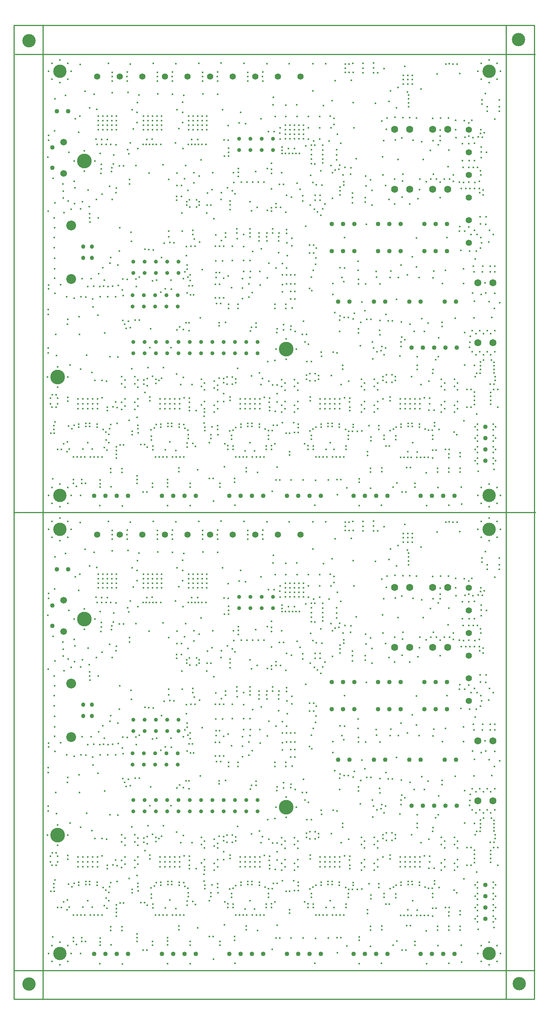
<source format=gbo>
G04 CAM350 V9.5 (Build 208) Date:  Fri Dec 30 15:14:26 2016 *
G04 Database: (Untitled) *
G04 Layer 11: OL *
%FSTAX35Y35*%
%MOIN*%
%SFA1.000B1.000*%

%MIA0B0*%
%IPPOS*%
%ADD11C,0.01000*%
%ADD19C,0.01500*%
%ADD247C,0.04000*%
%ADD312C,0.08700*%
%ADD377C,0.05500*%
%ADD503C,0.03540*%
%ADD504C,0.03800*%
%ADD505C,0.05900*%
%ADD506C,0.06300*%
%ADD507C,0.11810*%
%ADD508C,0.12990*%
%LNOL*%
%LPD*%
G54D19*
X0003339Y0003339D03*
X0003039Y0004039D03*
X0003339Y0004739D03*
X0003425Y0005506D03*
X0004039Y0005039D03*
X0004739Y0004739D03*
X0005259Y0005079D03*
X0005239Y0005419D03*
X0005979Y0005439D03*
Y0005089D03*
X0006329D03*
X0005509Y0004829D03*
X0005899Y0004019D03*
X0005039Y0004039D03*
X0004739Y0003339D03*
X0004039Y0003039D03*
X0007577Y0003117D03*
X0007629Y0004749D03*
Y0005069D03*
Y0005389D03*
X0008596Y00048D03*
X0008559Y0006069D03*
X0009559D03*
X0010889Y0005749D03*
Y0005429D03*
Y0005109D03*
X0011429Y0004329D03*
X0011759D03*
X0012259Y0004749D03*
Y0005079D03*
X0013579Y0005119D03*
Y0005439D03*
Y0004799D03*
X0013586Y0003111D03*
X0015589Y0003124D03*
Y0004749D03*
Y0005079D03*
X0016249Y0006299D03*
X0017289Y0005529D03*
X0017619D03*
X0018209Y0005089D03*
Y0004759D03*
X0019529Y0005199D03*
Y0005529D03*
X0020539Y0006119D03*
X0021539Y0006059D03*
X0019554Y0003155D03*
X0017636Y0003532D03*
X0014589Y0006139D03*
X0009595Y0003109D03*
X0022839Y0004388D03*
X0023189Y0005409D03*
X0023519D03*
X0024502Y00054D03*
X0025583Y0005405D03*
X0026688Y000537D03*
X0027806Y0005404D03*
X0028579Y0005419D03*
X0028909D03*
X0029451Y0004705D03*
X0028631Y0004105D03*
X0030566Y0003112D03*
X0032532Y0003147D03*
X003155Y0004675D03*
X0031539Y0006109D03*
X0032539Y0006139D03*
X0033889Y0005129D03*
X0033559Y0004758D03*
X0034349Y0004339D03*
X0034679D03*
X0035489Y0004749D03*
Y0005079D03*
X0036489Y0006029D03*
X0037489Y0006089D03*
X0037522Y000473D03*
X0036515Y0003138D03*
X0030539Y0005179D03*
Y0005509D03*
X0026624Y000315D03*
X0038492Y0003175D03*
X0039619Y0003248D03*
X0039588Y000476D03*
X0039489Y0006099D03*
X0038489Y0006089D03*
X0041099Y0006159D03*
X0042487Y0006343D03*
X0042039Y0005039D03*
X0042739Y0004739D03*
X0043039Y0004039D03*
X0042739Y0003339D03*
X0042039Y0003039D03*
X0041339Y0003339D03*
X0041039Y0004039D03*
X0041339Y0004739D03*
X0041009Y0006839D03*
X0040809Y0007089D03*
X0041019Y0007339D03*
X0041009Y0007839D03*
X0040809Y0008089D03*
X0041019Y0008339D03*
X0041009Y0008839D03*
X0040809Y0009089D03*
X0041019Y0009339D03*
X0041009Y0009839D03*
X0040809Y0010089D03*
X0041019Y0010339D03*
X0040961Y0011244D03*
X0040739Y0012069D03*
Y0012439D03*
Y0012799D03*
Y0013149D03*
X0040449Y0013399D03*
X0040099D03*
X0039259Y0013349D03*
X0038969Y0013659D03*
X0039259Y0013973D03*
X0038969Y0014279D03*
X0037819Y0014283D03*
X0038109Y0013973D03*
X0037819Y0013659D03*
X0038109Y0013349D03*
Y0012323D03*
X0037819Y0012013D03*
X0038109Y0011703D03*
X0037819Y0011389D03*
X0038969D03*
X0039259Y0011703D03*
X0038969Y0012009D03*
X0039259Y0012323D03*
X0040099Y0011839D03*
X0040439D03*
X0039807Y001064D03*
X0038949Y0009629D03*
X0039169Y0009409D03*
X0039489Y0007779D03*
Y0007449D03*
Y0006429D03*
X0038489Y0006419D03*
Y0007369D03*
Y0007699D03*
X0038519Y0008099D03*
X0038189D03*
X0037609Y0009859D03*
X0042419Y0009839D03*
X0042629Y0010089D03*
X0042429Y0010339D03*
Y0009339D03*
X0042629Y0009089D03*
X0042419Y0008839D03*
X0042429Y0008339D03*
X0042629Y0008089D03*
X0042419Y0007839D03*
X0042429Y0007339D03*
X0042629Y0007089D03*
X0042419Y0006839D03*
X0042819Y0011839D03*
X0042179Y0012099D03*
Y0012439D03*
Y0012789D03*
Y0013139D03*
X0042459Y0013399D03*
X0042829D03*
X0042477Y0013875D03*
X0042157D03*
X0042587Y0014185D03*
Y0014515D03*
X0042497Y0014845D03*
Y0015165D03*
Y0015485D03*
Y0015805D03*
X0042237Y0015995D03*
X0042199Y0016449D03*
X0041879Y0016729D03*
X0041539Y0016449D03*
X0041567Y0015995D03*
X0041287Y0015815D03*
Y0015485D03*
Y0015155D03*
X0041257Y0014835D03*
X0040937D03*
X0040817Y0014535D03*
X0040746Y0015537D03*
X0039888Y0015559D03*
X0040539Y0016719D03*
X0040869Y0016449D03*
X0041206Y0016725D03*
X0040329Y0017129D03*
X0040349Y0017559D03*
X0040379Y0018079D03*
X0040539Y0018605D03*
X0040869Y0018335D03*
X0041206Y0018599D03*
X0041539Y0018335D03*
X0041879Y0018605D03*
X0042199Y0018329D03*
X0042549Y0018605D03*
X0042279Y0019767D03*
X0042513Y0020566D03*
X0042999Y0021059D03*
X004204Y0021154D03*
X0041742Y0021919D03*
X0041353Y0021796D03*
X0040589Y0021939D03*
X0040743Y0021204D03*
X0040705Y0019736D03*
X0039056Y0019692D03*
X0037898Y0019315D03*
X0037886Y0018946D03*
X0039886Y0018435D03*
X0042546Y0016725D03*
X0042539Y0021909D03*
X0036652Y0019245D03*
X003607Y0019658D03*
X0036319Y0018529D03*
X0035413Y0018542D03*
X0035057Y0019171D03*
X003427Y0019355D03*
X0033478Y0019468D03*
X003311Y0019469D03*
X0032377Y0019495D03*
X0031589Y0019579D03*
X0031209Y0019588D03*
X0030699Y0019329D03*
X003047Y0018762D03*
X0030469Y0018379D03*
X0030659Y0017254D03*
X0031811Y0017077D03*
X0031719Y0017599D03*
X0032545Y0017194D03*
X003249Y0016831D03*
X0032125Y0016738D03*
X0032749Y0016449D03*
X0032889Y0017049D03*
X003425Y0017199D03*
X0034249Y0017579D03*
X0034333Y0018029D03*
X0034585Y0017779D03*
X0034139Y0016348D03*
X0035687Y0016294D03*
X0035684Y0015543D03*
X0035688Y0015148D03*
X0035177Y0014529D03*
X0033739D03*
Y0014179D03*
X0033439Y0014039D03*
X0032959D03*
X0032659Y0014189D03*
Y0014539D03*
X0032959Y0014679D03*
X0033439D03*
X0031889Y0014279D03*
X0032179Y0013973D03*
X0031889Y0013659D03*
X0032179Y0013349D03*
Y0012323D03*
X0031889Y0012009D03*
X0032179Y0011703D03*
X0031889Y0011389D03*
X0030739D03*
X0031029Y0011703D03*
X0030739Y0012013D03*
X0031029Y0012323D03*
Y0013349D03*
X0030739Y0013659D03*
X0031029Y0013973D03*
X0030739Y0014283D03*
X0029619Y0014138D03*
X0028939Y0013829D03*
X0028826Y0012562D03*
X0028393D03*
X002796D03*
X0027526D03*
X0027093D03*
Y0012129D03*
Y0011696D03*
X0027526D03*
Y0012129D03*
X002796D03*
Y0011696D03*
X0028393D03*
Y0012129D03*
X0028826D03*
Y0011696D03*
X0029705Y0011839D03*
Y0011529D03*
X0029699Y0012279D03*
X002971Y0012629D03*
X0029239Y0012673D03*
X0029089Y0015179D03*
X0029092Y0015543D03*
X0028596Y0016634D03*
X0028258Y0016693D03*
X0027185D03*
X0027216Y0016336D03*
X0026303Y0015851D03*
X0025919Y0015859D03*
X0025869Y0014649D03*
Y0014299D03*
X0026169Y0014149D03*
X0026649D03*
X0026949Y0014289D03*
Y0014639D03*
X0026649Y0014789D03*
X0026169D03*
X0024829Y0014269D03*
X0025119Y0013963D03*
X0024829Y0013649D03*
X0025119Y0013339D03*
Y0012313D03*
X0024829Y0011999D03*
X0025119Y0011693D03*
X0024829Y0011379D03*
X0024749Y0010459D03*
X0025139Y0010339D03*
X0025147Y0010019D03*
X0025139Y0009599D03*
X0024809D03*
X0024389Y0009539D03*
X0024079D03*
X0023749Y0010459D03*
X0023289Y0010239D03*
X0022959D03*
X0022849Y0009749D03*
X0022519D03*
X0022221Y0009889D03*
X0022509Y0009319D03*
Y0008979D03*
X0022329Y0008409D03*
X0022319Y0008099D03*
X0022799D03*
Y0008419D03*
X0023079Y0008599D03*
X0024369Y0007909D03*
Y0007579D03*
X0023299Y0006539D03*
X0022111Y0007429D03*
X0026009Y0008099D03*
Y0008419D03*
X0025729Y0008599D03*
X0026489Y0008409D03*
Y0008099D03*
X0026707Y0007429D03*
X0027033D03*
X002736D03*
X0027687D03*
X0028187D03*
X0028523D03*
X002886D03*
X0029197D03*
X0029399Y0008099D03*
Y0008409D03*
X0029589Y0008979D03*
Y0009319D03*
X0029619Y0009689D03*
X0029959D03*
X0030019Y0010059D03*
Y0010309D03*
X0030399Y0009689D03*
X00308Y0009713D03*
X0031429Y0010189D03*
X0032279Y0010199D03*
Y0009869D03*
X0032749Y0009339D03*
Y0009009D03*
X0032909Y0008409D03*
X0033209D03*
X0033799Y0008958D03*
Y0009298D03*
X0033829Y0010069D03*
X0033569Y0009899D03*
X0033289Y0009759D03*
X0034265Y0010069D03*
Y0010339D03*
X0034869Y0010399D03*
Y0010139D03*
X0035239D03*
X0035229Y0010399D03*
X0035885Y0010329D03*
Y0010049D03*
X0036395Y0009889D03*
X0036699Y0009789D03*
X0037015D03*
X0037039Y0009319D03*
Y0008989D03*
X0037035Y0008021D03*
X0037365D03*
X0037049Y0007329D03*
X0036637Y0007409D03*
X003631D03*
X0035983D03*
X0035657D03*
X0035678Y000787D03*
X0034853Y0007905D03*
X003484Y0007409D03*
X0035167D03*
X0034513D03*
X0034209D03*
X0034739Y0006509D03*
X0035069D03*
X0035292Y0008706D03*
X0035481Y0011696D03*
X0035048D03*
X0034615D03*
X0034182D03*
Y0012129D03*
Y0012562D03*
X0034615D03*
Y0012129D03*
X0035048D03*
Y0012562D03*
X0035481D03*
Y0012129D03*
X0035914D03*
Y0011696D03*
Y0012562D03*
X0036326Y0012673D03*
X0036798Y0012629D03*
Y0012129D03*
X0036719Y0011549D03*
X0037198Y0011548D03*
X0037219Y0010469D03*
Y0010159D03*
X0037489Y0006419D03*
X0032539Y0006469D03*
X0031539Y0006439D03*
X0031269Y0007559D03*
Y0007889D03*
X0031589Y0008849D03*
Y0009179D03*
X0029349Y0009859D03*
X0028797Y0010049D03*
Y0010329D03*
X0028141Y0010399D03*
Y0010139D03*
X0027781D03*
Y0010399D03*
X0027177Y0010339D03*
Y0010069D03*
X0026709Y0010049D03*
X0026439Y0009899D03*
X0026169Y0009719D03*
X0026319Y0009319D03*
Y0008979D03*
X0027985Y0008679D03*
X0028324Y0008096D03*
X0027608Y0008088D03*
X0026212Y0012409D03*
Y0012719D03*
X0023969Y0012313D03*
X0023679Y0012003D03*
X0023969Y0011693D03*
X0023679Y0011379D03*
X0023109Y0011459D03*
X0022619Y0011529D03*
Y0011839D03*
X0022579Y0012269D03*
X0022624Y0012629D03*
X0022157Y0012683D03*
X0023289Y0013039D03*
Y0013789D03*
X0022901Y0013795D03*
X0022539Y0014131D03*
X0021979Y0014346D03*
X0023679Y0014273D03*
X0023969Y0013963D03*
X0023679Y0013649D03*
X0023969Y0013339D03*
X0023289Y0012289D03*
X0023079Y0015969D03*
X0022439Y0015869D03*
X0024089Y0016064D03*
Y0017875D03*
X0023858Y001867D03*
X0023856Y0019143D03*
X0024502Y0019001D03*
X0024501Y0018701D03*
X0024873Y0018536D03*
X002551Y0018264D03*
X0025893Y0018262D03*
X0025762Y001759D03*
X0026047Y0017396D03*
X0024995Y0016969D03*
X0023184D03*
X0023263Y0018422D03*
X0023268Y0018773D03*
X0023087Y0020548D03*
X0023085Y0020916D03*
X0024047Y0020918D03*
X0024048Y0020551D03*
X0024629Y0020599D03*
X0024482Y00214D03*
X0024851Y0021401D03*
X0025616Y0019415D03*
X0028819Y0019529D03*
X0028836Y0019903D03*
X0029219Y0019769D03*
X0029599D03*
X003002Y0019628D03*
X0030128Y0020132D03*
X0031064Y0020363D03*
X0030768Y0021134D03*
X0028219Y0021799D03*
X0028374Y0020206D03*
X0028809Y0018529D03*
X0032367Y001862D03*
X0032371Y0018236D03*
X0032907Y0020037D03*
X0033861Y0021359D03*
X0037594Y001795D03*
X0037542Y0016278D03*
X0037323Y0016014D03*
X0037069Y0015159D03*
X0037065Y0014818D03*
X0036709Y0014113D03*
X0036029Y0013829D03*
X0033301Y0012719D03*
Y0012409D03*
X0032659Y0012569D03*
X0031749Y0016089D03*
X0028088Y0014627D03*
X0021729Y0014849D03*
X0021026Y0014591D03*
X0021859Y0013829D03*
X002174Y0012562D03*
X0021307D03*
X0020874D03*
X002044D03*
X0020007D03*
Y0012129D03*
Y0011696D03*
X002044D03*
Y0012129D03*
X0020874D03*
Y0011696D03*
X0021307D03*
Y0012129D03*
X002174D03*
Y0011696D03*
X0021711Y0010329D03*
Y0010049D03*
X0021055Y0010139D03*
Y0010399D03*
X0020695D03*
Y0010139D03*
X0020091Y0010069D03*
Y0010339D03*
X0019609Y0010029D03*
X0019379Y0009799D03*
X0019069Y0009719D03*
X0019239Y0009319D03*
Y0008979D03*
X0019399Y0008409D03*
Y0008099D03*
X0018929D03*
Y0008419D03*
X0018649Y0008599D03*
X0018039Y0009399D03*
X0018021Y0009859D03*
Y0010189D03*
X0017529Y0010079D03*
X0016869Y0010069D03*
Y0009759D03*
X0016809Y0010419D03*
Y0011019D03*
X0016859Y0011389D03*
Y0011703D03*
X0016569Y0012013D03*
X0016859Y0012323D03*
Y0013349D03*
X0016569Y0013659D03*
X0016859Y0013973D03*
X0016569Y0014283D03*
X001576Y0013833D03*
X0014759Y0013829D03*
X0014988Y0014461D03*
X001439Y0014773D03*
X0013039Y0014409D03*
X0012819Y0014189D03*
X0012549Y0014299D03*
Y0013919D03*
X0012259Y0014569D03*
X0011799Y0014359D03*
X0011499Y0014219D03*
Y0013869D03*
X0011799Y0013719D03*
X0011584Y0013125D03*
X0012029Y0012719D03*
Y0012409D03*
X0012916Y0012562D03*
Y0012129D03*
Y0011696D03*
X0013349D03*
Y0012129D03*
Y0012562D03*
X0013782D03*
Y0012129D03*
Y0011696D03*
X0014215D03*
Y0012129D03*
Y0012562D03*
X0014649D03*
Y0012129D03*
Y0011696D03*
X0015528Y0011839D03*
Y0011529D03*
X0016124Y0011535D03*
X0015519Y0012249D03*
X0015532Y0012629D03*
X0015064Y0012673D03*
X0015029Y0010289D03*
X0015119Y0009969D03*
X0015399Y0009789D03*
X0015409Y0009389D03*
Y0009049D03*
X0015319Y0008659D03*
Y0008309D03*
X0016059Y0008369D03*
X0015809Y0008619D03*
X0017289Y0008709D03*
X0017429Y0009069D03*
Y0009399D03*
X0017719Y0011389D03*
X0018009Y0011703D03*
X0017719Y0012009D03*
X0018009Y0012323D03*
X0018549Y0012339D03*
X0019128Y0012419D03*
Y0012729D03*
X0018539Y0013039D03*
X0018009Y0013349D03*
X0018007Y0013767D03*
X0017731Y0013544D03*
X0017725Y0014139D03*
X0018161Y0014406D03*
X0018539Y0014349D03*
Y0013999D03*
X0018839Y0013849D03*
X0019319D03*
X0019619Y0013989D03*
Y0014339D03*
X0019319Y0014489D03*
X0018839D03*
X0019798Y0015249D03*
X0020904Y0018553D03*
X0021028Y0018879D03*
X0021409Y0018889D03*
X0021413Y0019247D03*
X0018734Y0019311D03*
X0018141Y0019305D03*
X0018149Y0019023D03*
X0018298Y0020989D03*
X0017929D03*
X0017829Y0021489D03*
X0018188Y002149D03*
X0018556Y0021489D03*
X0018969Y0020919D03*
Y0020549D03*
X001981Y0020548D03*
X0019809Y0020915D03*
X0020206Y0021436D03*
X0020776Y002155D03*
X0021101Y0021952D03*
X0015897Y0021763D03*
X0015613Y002176D03*
X001531Y002192D03*
X0012971Y0021978D03*
X0009635Y0021684D03*
X0008986Y0021594D03*
X0008291Y0021589D03*
X0007608Y0021585D03*
X0006955Y0021403D03*
X0006969Y0020679D03*
X0007431Y0019958D03*
X0008033Y0018401D03*
X0009914Y0018798D03*
X0010271Y0018847D03*
X0010128Y0019422D03*
X000963Y0019506D03*
X0009772Y0019166D03*
X0010734Y0019529D03*
X0011079Y0019536D03*
X0012094Y0018768D03*
X0012029Y0017084D03*
X0013875Y0017105D03*
X0014403Y001867D03*
X0014635Y0018937D03*
X0014992Y0018681D03*
X0015478Y0018599D03*
X0015498Y0019278D03*
X0015218Y001928D03*
X0016469Y0019719D03*
X0013213Y0015344D03*
X0011852Y0015328D03*
X0010408Y0015211D03*
X0010669Y0014519D03*
X0010959Y0014213D03*
X0010669Y0013899D03*
X0010959Y0013589D03*
Y0012563D03*
X0010669Y0012249D03*
X0010959Y0011943D03*
X0010669Y0011629D03*
X0010889Y0010939D03*
X0010939Y0010229D03*
Y0009929D03*
X0010969Y0009569D03*
X0010459Y0009709D03*
Y0009379D03*
X0010169Y0010649D03*
X0009118Y0010399D03*
X0008539Y0010279D03*
X0008439Y0009939D03*
X0008379Y0009439D03*
X0008119Y0009639D03*
X0007879Y0009869D03*
X0007351Y0010049D03*
Y0010329D03*
X0006695Y0010399D03*
Y0010139D03*
X0006509Y0008696D03*
X0006923Y0008137D03*
X0006759Y0007429D03*
X0007096D03*
X0007433D03*
X0007769D03*
X0007991Y0008259D03*
X0008231Y0008019D03*
X0008381Y0008699D03*
X0008139Y0008941D03*
X0009049Y0008329D03*
Y0007979D03*
Y0007649D03*
Y0007319D03*
X0008559Y0006389D03*
X0009559D03*
X0009699Y0008489D03*
X0009369D03*
X0011229Y0008529D03*
X0011559D03*
X0011769Y0008279D03*
X0012289Y0008389D03*
X0012299Y0008049D03*
X0012529Y0007429D03*
X0012856D03*
X0013183D03*
X0013509D03*
X0014009D03*
X0014346D03*
X0014683D03*
X0015019D03*
X0014305Y000801D03*
X0013382Y0008045D03*
X0013781Y0008777D03*
X0013604Y0010139D03*
Y0010399D03*
X0013964D03*
Y0010139D03*
X0014619Y0010049D03*
Y0010329D03*
X0012999Y0010339D03*
Y0010069D03*
X0012589Y0010289D03*
X0012429Y0009979D03*
X0012119Y0009819D03*
X0012149Y0009269D03*
Y0008929D03*
X0014589Y0006469D03*
X0018629Y0006554D03*
X0019621Y0007429D03*
X0019947D03*
X0020274D03*
X0020601D03*
X0021101D03*
X0021437D03*
X0021774D03*
X0021288Y0007955D03*
X0020448Y0007958D03*
X0020882Y0008701D03*
X0020539Y0006449D03*
X0009519Y0011629D03*
X0009119Y0011779D03*
X0008739Y0011856D03*
X0008259Y0011839D03*
Y0011529D03*
X000738Y0011696D03*
X0006947D03*
X0006514D03*
Y0012129D03*
Y0012562D03*
X0006947D03*
Y0012129D03*
X000738D03*
Y0012562D03*
X0007789Y0012669D03*
X0007799Y0014179D03*
X0008179Y0014134D03*
X0007154Y0014184D03*
X0006886Y0014878D03*
X0006419Y0016423D03*
X0008486Y0016295D03*
X0009169Y0016258D03*
X0009519Y0014523D03*
X0009809Y0014213D03*
X0009519Y0013899D03*
X0009809Y0013589D03*
Y0012563D03*
X0009519Y0012253D03*
X0008989Y0012289D03*
X0009809Y0011943D03*
X0006081Y0012129D03*
X0005648D03*
Y0011696D03*
X0006081D03*
Y0012562D03*
X0005648D03*
X0004759Y0012679D03*
Y0012369D03*
X0003858Y0012142D03*
X0003708Y0011842D03*
X0003358D03*
X0003218Y0012142D03*
Y0012622D03*
X0003368Y0012922D03*
X0003718D03*
X0003858Y0012622D03*
X0003844Y001359D03*
Y0015401D03*
X0003757Y0016403D03*
X0003021Y0016629D03*
Y0017059D03*
X0003677Y0018277D03*
X0004731Y0019169D03*
X0004751Y0019609D03*
X000575Y0019821D03*
X0005787Y0018277D03*
X0005887Y0015199D03*
X0004965Y0015573D03*
X0004749Y0014496D03*
X0002938D03*
X0003609Y0010539D03*
X0003519Y0010189D03*
Y0009869D03*
X0003559Y0009539D03*
X0003239D03*
X0003859Y0008079D03*
X0004189D03*
X0004669Y0007879D03*
X0004899Y0008122D03*
X0004709Y0008758D03*
X0004399Y0008599D03*
X0004819Y0010159D03*
X0005109Y0009939D03*
X0005319Y0010239D03*
X0005731Y0010339D03*
Y0010069D03*
X0006335Y0010139D03*
Y0010399D03*
X0006092Y000812D03*
X0006241Y0007429D03*
X0005914D03*
X0005587D03*
X0005261D03*
X0005311Y0021449D03*
X0005921Y0021589D03*
X0006341Y0021569D03*
X0004662Y0021579D03*
X0003605Y0021886D03*
X0003021Y0020459D03*
Y0020019D03*
X0003041Y0022283D03*
X0003049Y0022629D03*
X0004105Y0022661D03*
X0003575Y0023222D03*
X0003586Y0024065D03*
X0003572Y0024982D03*
X0003564Y0025922D03*
Y0026825D03*
X0003573Y0027703D03*
X0003566Y002856D03*
X0003019Y0029159D03*
X0003619Y0029903D03*
X0004339Y0030322D03*
X0004343Y0030931D03*
X0004329Y0031549D03*
X0005316Y0031807D03*
X0005391Y0031238D03*
X0005335Y0029838D03*
X0004796Y0030063D03*
X0005055Y002934D03*
X0005887Y0029346D03*
X0006044Y0030003D03*
X0004429Y0029039D03*
X0003447Y0032058D03*
X0002989Y0033929D03*
X0003059Y0035429D03*
Y0035859D03*
X000358Y0036248D03*
X0005729Y0036142D03*
X0005412Y0037322D03*
X0005814Y0037554D03*
X0006229Y0034495D03*
X0004841Y0034374D03*
X0005324Y0033589D03*
X0006229Y0032684D03*
X0006028Y0023207D03*
X0006825Y0023188D03*
X0007057Y0022511D03*
X0007573Y002251D03*
X0007933Y0022511D03*
X0008317Y002251D03*
X0008711Y002252D03*
X0009223Y002259D03*
X0009569Y0022179D03*
X0009608Y0023162D03*
X0010012Y002314D03*
X0010768Y0023148D03*
X0011077Y0023325D03*
X0010819Y0022479D03*
X0012267Y0022984D03*
X0012604Y0023063D03*
X0013893Y0023077D03*
X0013908Y0022274D03*
X0013399Y0022289D03*
X0015488Y0022545D03*
X0015792Y0022546D03*
X0015572Y0023033D03*
X0015377Y002334D03*
X0015579Y0023535D03*
X0015111Y0023797D03*
X0015331Y0024019D03*
X0015319Y0024379D03*
X0015257Y0025239D03*
X0015247Y0026023D03*
X0015653Y0026048D03*
X0016006Y0026047D03*
X0015939Y0026699D03*
X0015829Y0027089D03*
Y0027469D03*
X0014874Y00274D03*
X0013695Y0027378D03*
X0013669Y0026889D03*
X0013792Y002638D03*
X001416Y0026359D03*
X0013298Y0026319D03*
X0013061Y0025063D03*
X0012329Y0025719D03*
X0011931Y0025757D03*
X0011581Y0025786D03*
X0010376Y002651D03*
X0010362Y0027303D03*
X0009339Y0027699D03*
X0009329Y0025619D03*
X0008551Y0025066D03*
X0008501Y0024566D03*
X0009169Y0024386D03*
X0007859Y0024149D03*
X0007482Y0023628D03*
X0007982Y0023051D03*
X0006505Y0022502D03*
X0006729Y0028197D03*
X0006679Y0028567D03*
X0006699Y0028937D03*
X0006654Y0029572D03*
X0007292Y003019D03*
X0007774Y0030677D03*
X0008444Y0031357D03*
X0009049Y0031189D03*
X0009019Y0030809D03*
X0008669Y0030199D03*
X0008634Y0032665D03*
X000864Y0033008D03*
X0008791Y0033329D03*
X0009312Y0033154D03*
X0009694Y0033146D03*
X0010784Y00332D03*
X0010149Y003422D03*
X0010055Y0034587D03*
X0010272Y0035187D03*
X001094Y0034705D03*
X0011404Y0035061D03*
X0011699Y0035059D03*
X0011994D03*
X0012289D03*
X0012585D03*
X0012989Y0035049D03*
X0012229Y0035519D03*
X0011739Y0035509D03*
X0011839Y003636D03*
Y003676D03*
Y003716D03*
Y003756D03*
X0011439D03*
Y003716D03*
Y003676D03*
Y003636D03*
X0012239D03*
X0012639D03*
X0013039D03*
Y003676D03*
X0012639D03*
Y003716D03*
X0013039D03*
Y003756D03*
X0012639D03*
X0012239D03*
Y003716D03*
Y003676D03*
X0010899Y0036999D03*
X0010557Y0036437D03*
X0009054Y003636D03*
X0008654D03*
Y003676D03*
X0009054D03*
Y003716D03*
X0008654D03*
Y003756D03*
X0009054D03*
X0008254D03*
X0007854D03*
X0007454D03*
Y003716D03*
X0007854D03*
Y003676D03*
X0007454D03*
Y003636D03*
X0007854D03*
X0008254D03*
Y003676D03*
Y003716D03*
X0008249Y0035509D03*
X0007759D03*
Y0035059D03*
X0007359D03*
X000726Y0035513D03*
X0008159Y0035059D03*
X0008559D03*
X0009004Y0035036D03*
X000883Y0034119D03*
X0007615Y0034258D03*
X0007719Y0033283D03*
X0007704Y0032888D03*
X0007699Y0032504D03*
X0007135Y0033589D03*
X0006556Y0031031D03*
X0007459Y0028567D03*
X0010209Y0031557D03*
X0010205Y0031974D03*
X0011949Y0032529D03*
X0013178Y0033245D03*
X0013679Y0031949D03*
X0014407Y003142D03*
X0014812Y0031418D03*
X0015083Y0032038D03*
X0014412Y0032538D03*
X0015184Y003319D03*
X0015921Y0032561D03*
X0016393Y0032248D03*
X0015914Y0031663D03*
X0015396Y0030995D03*
X0015527Y0030168D03*
X0015297Y0029988D03*
Y0029698D03*
X0015537Y0029528D03*
X0016149Y0029529D03*
X0016379Y0029709D03*
Y0029999D03*
X0016139Y0030169D03*
X0017077Y0029693D03*
X0017432Y0029695D03*
X0017067Y0028992D03*
X001768Y002848D03*
X0017839Y0027062D03*
X0017819Y0026077D03*
X0018189Y0026071D03*
X0018557D03*
X0018364Y0026552D03*
X0018728Y0026877D03*
X001873Y0027236D03*
X0019714Y0027234D03*
Y0027591D03*
X0019744Y0026711D03*
X0020315Y0027083D03*
X002089Y0027235D03*
X0020887Y0026889D03*
X0020899Y0027578D03*
X0021683Y0027233D03*
Y0026878D03*
X0021686Y0026529D03*
X0021877Y0025821D03*
X0021105Y0025602D03*
X0020888Y0024807D03*
X002032Y0024783D03*
X0020314Y0023815D03*
X0020902Y0023837D03*
X0020891Y0023303D03*
X0020778Y0022716D03*
X0020207Y0022367D03*
X0020216Y0023204D03*
X0018936Y0023416D03*
X0018559Y0023243D03*
X0017891Y0023309D03*
X0017873Y0023715D03*
X0018187Y0023716D03*
X0018188Y002268D03*
X0017821Y0022681D03*
X0019235Y0022383D03*
X0019318Y0024789D03*
X0018465Y002477D03*
X0017853Y0024768D03*
X0016637Y0024002D03*
X0015Y0023205D03*
X0016429Y0026419D03*
X0019325Y0026072D03*
X0020315Y0026013D03*
X0021751Y0023837D03*
X0021768Y0022624D03*
X0021508Y0029506D03*
X0021002Y0029193D03*
X0020895Y0029999D03*
X001913Y0030075D03*
Y0029722D03*
X0019109Y0029309D03*
X0018319Y0030179D03*
X0018356Y0030794D03*
X0018869Y0031224D03*
X0019312Y0030959D03*
X0019549Y0030679D03*
X0019461Y0031705D03*
X0020129Y0031719D03*
X0020632Y0031722D03*
X0021126D03*
X0021627Y0031719D03*
X0021378Y0032648D03*
X001984Y0032582D03*
X0019842Y0032234D03*
X0019838Y0032942D03*
X0019402Y0032553D03*
X0017592Y0032574D03*
X0017529Y0031068D03*
X0017103Y0030777D03*
X0014807Y0030472D03*
X0014396Y0030467D03*
X0014398Y0030122D03*
X0014848Y0029002D03*
X0014939Y0034699D03*
X0015429Y0035069D03*
X0015724D03*
X001602D03*
X0016315D03*
X001661D03*
X0016999Y0035057D03*
X0016259Y0035499D03*
X0015729Y0035509D03*
X0015849Y003636D03*
Y003676D03*
Y003716D03*
Y003756D03*
X0015449D03*
Y003716D03*
Y003676D03*
Y003636D03*
X0016249D03*
X0016649D03*
X0017049D03*
Y003676D03*
X0016649D03*
Y003716D03*
X0017049D03*
Y003756D03*
X0016649D03*
X0016249D03*
Y003716D03*
Y003676D03*
X0014909Y0036999D03*
X0014593Y0036447D03*
X0014287Y0035197D03*
X0016544Y0033706D03*
X0018626Y0034025D03*
X0018983Y0034022D03*
X0018981Y0034367D03*
X001898Y0034738D03*
X0018961Y0035439D03*
X0018581Y0035449D03*
X0018951Y0036739D03*
X0019926Y0036966D03*
X0020481Y0036879D03*
X0021857Y0037343D03*
X0023119Y0037539D03*
X0024039D03*
X0024004Y003676D03*
X0024404D03*
Y003636D03*
X0024004D03*
Y003596D03*
X0024404D03*
Y003556D03*
X0024004D03*
X0023539Y0035539D03*
X0023529Y0036059D03*
X0023539Y0036539D03*
X0023009Y0036199D03*
X0022514Y0036206D03*
X0024804Y003636D03*
X0025204D03*
Y003596D03*
Y003556D03*
X0025604D03*
Y003596D03*
Y003636D03*
Y003676D03*
X0025204D03*
X0024804D03*
Y003596D03*
Y003556D03*
X0024809Y0034699D03*
X0024289D03*
X0024337Y0034249D03*
X0024641D03*
X0024945D03*
X0025249D03*
X0026319Y0034174D03*
Y0033762D03*
Y0033349D03*
X0026609Y0033339D03*
X0027329Y0033429D03*
Y0033752D03*
Y0034164D03*
Y0034577D03*
Y0034989D03*
X0026609Y0034999D03*
X0026319D03*
Y0034587D03*
X0025814Y0034928D03*
X0026039Y0035539D03*
X0026529Y0035359D03*
X0027039Y0035539D03*
Y0036539D03*
Y0037539D03*
X0027999Y0037549D03*
X0028329Y0037369D03*
Y0036829D03*
X0028039Y0036539D03*
X0028609Y0035959D03*
X0028919Y0035159D03*
X0028539Y0034609D03*
Y0034129D03*
Y0033709D03*
X0028829Y0033229D03*
X0028744Y0032856D03*
X0028421Y0032785D03*
X0028197Y0032561D03*
X0028042Y0033181D03*
X0027159Y0032719D03*
X002624Y0032333D03*
X0026438Y0031684D03*
X0026743Y0031478D03*
X0027237Y0031453D03*
X0027077Y0030561D03*
Y0030128D03*
X0026644D03*
Y0030561D03*
X0025559Y0030539D03*
Y0030049D03*
X0026202Y0029686D03*
X0026596Y0029342D03*
X002685Y0029085D03*
X0027136Y0028789D03*
X0027323Y002935D03*
X002753Y0029793D03*
X0028172Y0030292D03*
X0028841Y0030586D03*
X0028835Y0030958D03*
X0028866Y0031305D03*
X0029199Y0031451D03*
X0029196Y0031747D03*
X0029108Y0032352D03*
X0029799Y0032429D03*
X0029809Y0032979D03*
X0029287Y0033025D03*
X0030289Y0033786D03*
X0031129Y0032249D03*
X0031559Y0031939D03*
X0031139Y0031399D03*
X0031669Y0031009D03*
X0031069Y0030369D03*
Y0029949D03*
X0031699Y0029689D03*
X0029949Y0029879D03*
Y0030359D03*
Y0030759D03*
X0032869Y0031439D03*
X0032639Y0032349D03*
X0033689Y0031979D03*
X0034369Y0031839D03*
X0034434Y0032424D03*
X0033974Y0033729D03*
X0032606Y0033974D03*
X0032728Y0035395D03*
X0033741Y0035471D03*
X0034329Y0035629D03*
X0035315Y0035432D03*
X003607Y0035303D03*
X0037079Y0035399D03*
X0037559Y0035029D03*
X0036849Y0034529D03*
X003623Y0033727D03*
X0035929Y0031999D03*
X0036489Y0031769D03*
X0036889Y0031979D03*
X0037369Y0031989D03*
X0037132Y003242D03*
X0035899Y0031069D03*
X0035749Y0030249D03*
X0035029Y0029809D03*
X0034349Y0030389D03*
X0033689Y0029799D03*
X0033169Y0030199D03*
X0031178Y0028001D03*
X0029258Y002684D03*
X0029264Y0024144D03*
X0028835Y0024149D03*
X0029019Y0023305D03*
X0029185Y0022917D03*
X0028218Y0022748D03*
X0030483Y0022737D03*
X003049Y0023115D03*
X003044Y0023919D03*
X0030437Y0024745D03*
X0032061Y0023823D03*
X0032071Y0023342D03*
X003237Y0022736D03*
X0031104Y0022735D03*
X00333Y0023305D03*
X0033342Y0023877D03*
X0034029Y0023289D03*
X0034827Y0023528D03*
X0035835Y0023288D03*
X0035634Y0024229D03*
X0035257Y0025132D03*
X0034245Y0024406D03*
X0037154Y0023852D03*
X0037077Y0023273D03*
X0035614Y0026809D03*
X0026511Y0026153D03*
X0026152Y0026155D03*
X0026153Y0025468D03*
X0026508Y0025467D03*
X0026729Y0025019D03*
X0026669Y0024459D03*
X0026469Y0023938D03*
X0026305Y0023322D03*
X0026161Y0022316D03*
X002636Y0022116D03*
X0024851Y0022047D03*
X0024481Y0022049D03*
Y0022729D03*
X002485Y002273D03*
X002411Y0022713D03*
X0023743Y002266D03*
X0023739Y0022037D03*
X0023742Y0023522D03*
X0024111Y0023523D03*
X0024478Y0023522D03*
X0024851D03*
X0024114Y0024117D03*
X0023743Y0024516D03*
X0023175Y0024113D03*
X0022552Y0024574D03*
X0022431Y0023272D03*
X0023418Y0025503D03*
X0023432Y0026529D03*
X0023433Y002688D03*
X0023442Y0027234D03*
X0022881Y0027236D03*
Y0027586D03*
X0022368Y0027235D03*
X0022367Y0026882D03*
X0022369Y0026533D03*
X0024159Y0026372D03*
X0024589Y0026089D03*
Y0026777D03*
X0024129Y0027189D03*
X0024127Y0027544D03*
X0024055Y0029045D03*
X0023589Y002951D03*
X0023189Y0029509D03*
X0023185Y0029837D03*
X0022789Y0029459D03*
Y0029149D03*
X0022409Y0029229D03*
X0022793Y0031123D03*
X0023489Y0031525D03*
X0023867Y0031527D03*
X0024104Y0030575D03*
X0024552Y003038D03*
X0025315Y003111D03*
X0025065Y0031639D03*
X0023676Y0032549D03*
X0022789Y0032509D03*
X0022792Y0032857D03*
X0022418Y0032913D03*
X0022795Y0033405D03*
X0023729Y0034249D03*
Y0034539D03*
Y0034829D03*
X0024033Y0034249D03*
X0025039Y0037539D03*
X0026039D03*
Y0036539D03*
X0027899Y0035369D03*
X0030097Y0036537D03*
X0032959Y0036379D03*
X0033009Y0037409D03*
X0032555Y0037116D03*
X0033709Y0037459D03*
X0034419Y0037429D03*
X0035019D03*
X0035629Y0037409D03*
X0037059Y0037369D03*
X002213Y0031727D03*
X0025805Y0027824D03*
X002676Y0025903D03*
X0024201Y0025226D03*
X003817Y0023938D03*
X003792Y0022749D03*
X0039781Y0022753D03*
Y0024064D03*
X0040639Y0024289D03*
X0040709Y0023799D03*
X0041437Y0023789D03*
X0041489Y0024289D03*
X0042159Y0024299D03*
X0042539D03*
Y0023809D03*
X0042146Y0023799D03*
X0041683Y0022844D03*
X0040821Y0024918D03*
X0040909Y0025629D03*
X0040329Y0025619D03*
X0039535Y0025681D03*
X0039429Y0027409D03*
X0039439Y0027799D03*
X0040249Y0027749D03*
X0039899Y0027399D03*
X0040439Y0027109D03*
X0040999Y0027099D03*
X0041319Y0026829D03*
X0041369Y0026359D03*
X0041279Y0025889D03*
X0042011Y0026412D03*
X0042429Y0027079D03*
X0042069Y0027469D03*
X0041759Y0027989D03*
X0041289Y0028019D03*
X0041259Y0028649D03*
X0041769Y0028659D03*
X004153Y0030589D03*
X0041525Y0031015D03*
X0041169Y0031158D03*
X0040757Y0031154D03*
X0040339Y0031151D03*
X0039968Y0031148D03*
X0039578Y0031151D03*
X0039779Y0031699D03*
X0039409Y0031739D03*
X0038889Y0031809D03*
X0038539Y0031989D03*
X0038069D03*
X0037729Y0031719D03*
X0037709Y0030359D03*
X0038899Y0032369D03*
X0038406Y0033084D03*
X0039739Y0033029D03*
X0040239D03*
X0040648Y0033035D03*
X0041019Y0033019D03*
X0041281Y0032721D03*
X0041309Y0032369D03*
X0041191Y0031786D03*
X0040769Y0031699D03*
X0040239Y0031719D03*
X0041208Y0030781D03*
X0041339Y0033899D03*
Y0034379D03*
Y0034819D03*
X0040749Y0035149D03*
X0040249Y0035139D03*
X0039669Y0035129D03*
X0039909Y0035699D03*
X0040249Y0035779D03*
X0040619Y0035669D03*
X0041069Y0035739D03*
X0041439Y0035699D03*
X0041269Y0036019D03*
X0041309Y0036369D03*
X0041629Y0036089D03*
X0041802Y0034353D03*
X0040739Y0033629D03*
X0040269Y0033619D03*
X0039699D03*
X0038477Y003456D03*
X0037729Y0035396D03*
Y0035799D03*
Y0036325D03*
X0037749Y0037389D03*
X0038439Y0037379D03*
X0039089Y0037209D03*
X0039849Y0037169D03*
X0040239Y0036969D03*
X0040509Y0037199D03*
X0042554Y0037308D03*
X0039099Y0036359D03*
X0039119Y0035659D03*
X0038319Y0026832D03*
X0040739Y0027459D03*
X0041894Y0038006D03*
Y0038406D03*
X0041424Y0038616D03*
X0041414Y0038996D03*
X0041705Y0039546D03*
X0042039Y0040539D03*
X0041339Y0040839D03*
X0041039Y0041539D03*
X0041339Y0042239D03*
X0042039Y0042539D03*
X0042739Y0042239D03*
X0043039Y0041539D03*
X0042739Y0040839D03*
X0042939Y0038999D03*
Y0038409D03*
Y0038009D03*
X0042739Y0043839D03*
X0043039Y0044539D03*
X0042739Y0045239D03*
X0042039Y0045539D03*
X0041339Y0045239D03*
X0041039Y0044539D03*
X0041339Y0043839D03*
X0042039Y0043539D03*
X0039619Y0043748D03*
X0038492Y0043675D03*
X0038521Y0042178D03*
X0038205Y0042177D03*
X003884D03*
X0039229Y0042174D03*
X0039459Y0041339D03*
X0039588Y004526D03*
X0039489Y0046599D03*
Y0046929D03*
X0038489Y0046919D03*
Y0046589D03*
Y0047869D03*
Y0048199D03*
X0038519Y0048599D03*
X0038189D03*
X0039489Y0048279D03*
Y0047949D03*
X0041019Y0047839D03*
X0040809Y0047589D03*
X0041009Y0047339D03*
X0041099Y0046659D03*
X0042487Y0046843D03*
X0042419Y0047339D03*
X0042629Y0047589D03*
X0042429Y0047839D03*
X0042419Y0048339D03*
X0042629Y0048589D03*
X0042429Y0048839D03*
X0042419Y0049339D03*
X0042629Y0049589D03*
X0042429Y0049839D03*
X0042419Y0050339D03*
X0042629Y0050589D03*
X0042429Y0050839D03*
X0041019D03*
X0040809Y0050589D03*
X0041009Y0050339D03*
X0041019Y0049839D03*
X0040809Y0049589D03*
X0041009Y0049339D03*
X0041019Y0048839D03*
X0040809Y0048589D03*
X0041009Y0048339D03*
X0039169Y0049909D03*
X0038949Y0050129D03*
X0037609Y0050359D03*
X0037819Y0051889D03*
X0038109Y0052203D03*
X0037819Y0052513D03*
X0038109Y0052823D03*
X0039259D03*
X0038969Y0052509D03*
X0039259Y0052203D03*
X0038969Y0051889D03*
X0040099Y0052339D03*
X0040439D03*
X0040739Y0052569D03*
Y0052939D03*
X0040961Y0051744D03*
X0039807Y005114D03*
X0042179Y0052599D03*
Y0052939D03*
X0042819Y0052339D03*
X0037198Y0052048D03*
X0036719Y0052049D03*
X0036798Y0052629D03*
Y0053129D03*
X0036326Y0053173D03*
X0035914Y0053062D03*
X0035481D03*
X0035048D03*
X0034615D03*
X0034182D03*
Y0052629D03*
Y0052196D03*
X0034615D03*
Y0052629D03*
X0035048D03*
Y0052196D03*
X0035481D03*
Y0052629D03*
X0035914D03*
Y0052196D03*
X0035885Y0050829D03*
Y0050549D03*
X0036395Y0050389D03*
X0036699Y0050289D03*
X0037015D03*
X0037039Y0049819D03*
Y0049489D03*
X0037035Y0048521D03*
X0037365D03*
X0037049Y0047829D03*
X0036637Y0047909D03*
X003631D03*
X0035983D03*
X0035657D03*
X0035678Y004837D03*
X0034853Y0048405D03*
X003484Y0047909D03*
X0035167D03*
X0034513D03*
X0034209D03*
X0034739Y0047009D03*
X0035069D03*
X0035489Y0045579D03*
Y0045249D03*
X0034679Y0044839D03*
X0034349D03*
X0033559Y0045258D03*
X0033889Y0045629D03*
X0032539Y0046639D03*
Y0046969D03*
X0031539Y0046939D03*
Y0046609D03*
X003155Y0045175D03*
X0030539Y0045679D03*
Y0046009D03*
X0028909Y0045919D03*
X0028579D03*
X0027806Y0045904D03*
X0026688Y004587D03*
X0025583Y0045905D03*
X0024502Y00459D03*
X0023519Y0045909D03*
X0023189D03*
X0023299Y0047039D03*
X0022799Y0048599D03*
Y0048919D03*
X0023079Y0049099D03*
X0022329Y0048909D03*
X0022319Y0048599D03*
X0022111Y0047929D03*
X0022509Y0049479D03*
Y0049819D03*
X0022519Y0050249D03*
X0022849D03*
X0022959Y0050739D03*
X0023289D03*
X0023749Y0050959D03*
X0023679Y0051879D03*
X0023969Y0052193D03*
X0023679Y0052503D03*
X0023969Y0052813D03*
X0023289Y0052789D03*
X0022579Y0052769D03*
X0022624Y0053129D03*
X0022157Y0053183D03*
X0022619Y0052339D03*
Y0052029D03*
X0023109Y0051959D03*
X0024829Y0051879D03*
X0025119Y0052193D03*
X0024829Y0052499D03*
X0025119Y0052813D03*
X0026212Y0052909D03*
Y0053219D03*
X0027093Y0053062D03*
Y0052629D03*
Y0052196D03*
X0027526D03*
Y0052629D03*
Y0053062D03*
X002796D03*
Y0052629D03*
Y0052196D03*
X0028393D03*
Y0052629D03*
Y0053062D03*
X0028826D03*
Y0052629D03*
Y0052196D03*
X0029705Y0052339D03*
Y0052029D03*
X0029699Y0052779D03*
X002971Y0053129D03*
X0029239Y0053173D03*
X0031029Y0052823D03*
X0030739Y0052513D03*
X0031029Y0052203D03*
X0030739Y0051889D03*
X0031889D03*
X0032179Y0052203D03*
X0031889Y0052509D03*
X0032179Y0052823D03*
X0032659Y0053069D03*
X0033301Y0053219D03*
Y0052909D03*
X0033289Y0050259D03*
X0033569Y0050399D03*
X0033829Y0050569D03*
X0034265D03*
Y0050839D03*
X0034869Y0050899D03*
Y0050639D03*
X0035239D03*
X0035229Y0050899D03*
X0035292Y0049206D03*
X0033799Y0049458D03*
Y0049798D03*
X0032749Y0049839D03*
Y0049509D03*
X0032909Y0048909D03*
X0033209D03*
X0031589Y0049349D03*
Y0049679D03*
X0031429Y0050689D03*
X0032279Y0050699D03*
Y0050369D03*
X00308Y0050213D03*
X0030399Y0050189D03*
X0029959D03*
X0029619D03*
X0029589Y0049819D03*
Y0049479D03*
X0029399Y0048909D03*
Y0048599D03*
X0029197Y0047929D03*
X002886D03*
X0028523D03*
X0028187D03*
X0027687D03*
X002736D03*
X0027033D03*
X0026707D03*
X0026489Y0048599D03*
Y0048909D03*
X0026009Y0048919D03*
Y0048599D03*
X0025729Y0049099D03*
X0026319Y0049479D03*
Y0049819D03*
X0026169Y0050219D03*
X0026439Y0050399D03*
X0026709Y0050549D03*
X0027177Y0050569D03*
Y0050839D03*
X0027781Y0050899D03*
Y0050639D03*
X0028141D03*
Y0050899D03*
X0028797Y0050829D03*
Y0050549D03*
X0029349Y0050359D03*
X0030019Y0050559D03*
Y0050809D03*
X0027985Y0049179D03*
X0028324Y0048596D03*
X0027608Y0048589D03*
X0024369Y0048409D03*
Y0048079D03*
X0024389Y0050039D03*
X0024079D03*
X0024809Y0050099D03*
X0025139D03*
X0025147Y0050519D03*
X0025139Y0050839D03*
X0024749Y0050959D03*
X0022221Y0050389D03*
X0022839Y0044888D03*
X0022378Y0042206D03*
X0022019Y0041459D03*
X0021999Y0041049D03*
X0022009Y0040659D03*
X0022959Y0039219D03*
X0022919Y0038559D03*
X0024039Y0038539D03*
X0025019Y0038559D03*
X0027379Y0038489D03*
X002816Y0038914D03*
X0030026Y0038752D03*
X0031993Y003869D03*
X0033179Y0038859D03*
X0033319Y0039779D03*
X0033973Y0040104D03*
X0034459Y004039D03*
X0034853D03*
Y0040784D03*
X0035246D03*
Y004039D03*
Y0041177D03*
X0034853D03*
X0034459D03*
Y0040784D03*
X0034582Y0041964D03*
X0032749Y0041752D03*
X0032169Y0041409D03*
X0031819Y0041399D03*
Y0041819D03*
X0031809Y0042249D03*
X0030869Y0042219D03*
Y0041799D03*
Y0041409D03*
X0030019Y0041419D03*
X0029649D03*
X0029319D03*
X0029309Y0041779D03*
X0029319Y0042149D03*
X0029649D03*
X0029999Y0042219D03*
X0029852Y0040717D03*
X0028434Y0040705D03*
X0027589Y0042179D03*
X0026444Y0042201D03*
X0026624Y004365D03*
X0028631Y0044605D03*
X0029451Y0045205D03*
X0030566Y0043612D03*
X0032532Y0043647D03*
X0036515Y0043638D03*
X0037522Y004523D03*
X0037489Y0046589D03*
Y0046919D03*
X0036489Y0046529D03*
X0037219Y0050659D03*
Y0050969D03*
X0031269Y0048389D03*
Y0048059D03*
X0034817Y0039689D03*
X0034909Y0039419D03*
Y0039079D03*
Y0038729D03*
Y0038399D03*
X0033849Y0038309D03*
X0036018Y0039959D03*
X0037459Y0041289D03*
X0026456Y0039784D03*
X002434Y0042206D03*
X0020355Y0042227D03*
X0020679Y0041439D03*
Y0041049D03*
Y0040669D03*
X0018009Y0040659D03*
X0017999Y0041049D03*
X0018019Y0041459D03*
X0018319Y0042255D03*
X0016339Y0042231D03*
X0016679Y0041439D03*
Y0041049D03*
Y0040669D03*
X0016719Y0039529D03*
X0018019Y0039509D03*
X0018444Y0038129D03*
X0020059Y0037909D03*
X0014909D03*
X0014434Y0038129D03*
X0014919Y0038779D03*
X0015009Y0039409D03*
X0014019Y0039509D03*
X0014009Y0040659D03*
X0013999Y0041049D03*
X0014019Y0041459D03*
X0014328Y0042199D03*
X0012311Y0042211D03*
X0012679Y0041439D03*
Y0041049D03*
Y0040669D03*
X0012719Y0039529D03*
X0011059Y0039429D03*
X0010929Y0038759D03*
X0010899Y0037909D03*
X0010449Y0038129D03*
X0010082Y0039649D03*
X0010009Y0040659D03*
X0009999Y0041049D03*
X0010019Y0041459D03*
X001027Y0042176D03*
X000834Y0042223D03*
X0008679Y0041439D03*
Y0041049D03*
Y0040669D03*
X0008695Y003964D03*
X0007099Y0039489D03*
X0007309Y0038149D03*
X0006699Y0038279D03*
X0007577Y0043617D03*
X0007629Y0045249D03*
Y0045569D03*
Y0045889D03*
X0008596Y00453D03*
X0008559Y0046569D03*
Y0046889D03*
X0009559D03*
Y0046569D03*
X0010889Y0046249D03*
Y0045929D03*
Y0045609D03*
X0011429Y0044829D03*
X0011759D03*
X0012259Y0045249D03*
Y0045579D03*
X0013579Y0045619D03*
Y0045939D03*
Y0045299D03*
X0013586Y0043611D03*
X0015589Y0043624D03*
Y0045249D03*
Y0045579D03*
X0016249Y0046799D03*
X0017289Y0046029D03*
X0017619D03*
X0018209Y0045589D03*
Y0045259D03*
X0019529Y0045699D03*
Y0046029D03*
X0020539Y0046619D03*
Y0046949D03*
X0020601Y0047929D03*
X0020274D03*
X0019947D03*
X0019621D03*
X0019399Y0048599D03*
Y0048909D03*
X0018929Y0048919D03*
Y0048599D03*
X0018649Y0049099D03*
X0019239Y0049479D03*
Y0049819D03*
X0019069Y0050219D03*
X0019379Y0050299D03*
X0019609Y0050529D03*
X0020091Y0050569D03*
Y0050839D03*
X0020695Y0050899D03*
Y0050639D03*
X0021055D03*
Y0050899D03*
X0021711Y0050829D03*
Y0050549D03*
X002174Y0052196D03*
X0021307D03*
X0020874D03*
X002044D03*
X0020007D03*
Y0052629D03*
Y0053062D03*
X002044D03*
Y0052629D03*
X0020874D03*
Y0053062D03*
X0021307D03*
Y0052629D03*
X002174D03*
Y0053062D03*
X0019128Y0052919D03*
X0018549Y0052839D03*
X0018009Y0052823D03*
X0017719Y0052509D03*
X0018009Y0052203D03*
X0017719Y0051889D03*
X0016859D03*
Y0052203D03*
X0016569Y0052513D03*
X0016859Y0052823D03*
X0016809Y0051519D03*
Y0050919D03*
X0016869Y0050569D03*
Y0050259D03*
X0017429Y0049899D03*
Y0049569D03*
X0017289Y0049209D03*
X0018039Y0049899D03*
X0018021Y0050359D03*
Y0050689D03*
X0017529Y0050579D03*
X0015399Y0050289D03*
X0015409Y0049889D03*
Y0049549D03*
X0015319Y0049159D03*
Y0048809D03*
X0016059Y0048869D03*
X0015809Y0049119D03*
X0015019Y0047929D03*
X0014683D03*
X0014346D03*
X0014009D03*
X0013509D03*
X0013183D03*
X0012856D03*
X0012529D03*
X0012299Y0048549D03*
X0012289Y0048889D03*
X0011769Y0048779D03*
X0011559Y0049029D03*
X0011229D03*
X0010969Y0050069D03*
X0010939Y0050429D03*
Y0050729D03*
X0010889Y0051439D03*
X0010669Y0052129D03*
X0010959Y0052443D03*
X0010669Y0052749D03*
X0010959Y0053063D03*
X0009809D03*
X0009519Y0052753D03*
X0008989Y0052789D03*
X0009119Y0052279D03*
X0008739Y0052356D03*
X0008259Y0052339D03*
Y0052029D03*
X000738Y0052196D03*
X0006947D03*
X0006514D03*
Y0052629D03*
Y0053062D03*
X0006947D03*
Y0052629D03*
X000738D03*
Y0053062D03*
X0007789Y0053169D03*
X0009809Y0052443D03*
X0009519Y0052129D03*
X0010169Y0051149D03*
X0010459Y0050209D03*
Y0049879D03*
X0009699Y0048989D03*
X0009369D03*
X0009049Y0048829D03*
Y0048479D03*
Y0048149D03*
Y0047819D03*
X0007769Y0047929D03*
X0007433D03*
X0007096D03*
X0006759D03*
X0006923Y0048637D03*
X0006509Y0049196D03*
X0006695Y0050639D03*
Y0050899D03*
X0007351Y0050829D03*
Y0050549D03*
X0007879Y0050369D03*
X0008119Y0050139D03*
X0008379Y0049939D03*
X0008439Y0050439D03*
X0008539Y0050779D03*
X0009118Y0050899D03*
X0008381Y0049199D03*
X0008139Y0049441D03*
X0007991Y0048759D03*
X0008231Y0048519D03*
X0012149Y0049429D03*
Y0049769D03*
X0012119Y0050319D03*
X0012429Y0050479D03*
X0012589Y0050789D03*
X0012999Y0050839D03*
Y0050569D03*
X0013604Y0050639D03*
Y0050899D03*
X0013964D03*
Y0050639D03*
X0014619Y0050549D03*
Y0050829D03*
X0015029Y0050789D03*
X0015119Y0050469D03*
X0015528Y0052029D03*
Y0052339D03*
X0015519Y0052749D03*
X0015532Y0053129D03*
X0015064Y0053173D03*
X0014649Y0053062D03*
X0014215D03*
X0013782D03*
X0013349D03*
X0012916D03*
Y0052629D03*
Y0052196D03*
X0013349D03*
Y0052629D03*
X0013782D03*
Y0052196D03*
X0014215D03*
Y0052629D03*
X0014649D03*
Y0052196D03*
X0016124Y0052035D03*
X0012029Y0052909D03*
Y0053219D03*
X0013781Y0049277D03*
X0013382Y0048545D03*
X0014305Y004851D03*
X0014589Y0046969D03*
Y0046639D03*
X0018629Y0047054D03*
X0020448Y0048458D03*
X0021288Y0048455D03*
X0021437Y0047929D03*
X0021101D03*
X0021774D03*
X0021539Y0046559D03*
X0020882Y0049201D03*
X0019554Y0043655D03*
X0017636Y0044032D03*
X0009595Y0043609D03*
X0005899Y0044519D03*
X0005039Y0044539D03*
X0004739Y0043839D03*
X0004039Y0043539D03*
Y0042539D03*
X0004739Y0042239D03*
X0005039Y0041539D03*
X0004739Y0040839D03*
X0004039Y0040539D03*
X0003339Y0040839D03*
X0003039Y0041539D03*
X0003339Y0042239D03*
Y0043839D03*
X0003039Y0044539D03*
X0003339Y0045239D03*
X0003425Y0046006D03*
X0004039Y0045539D03*
X0004739Y0045239D03*
X0005259Y0045579D03*
X0005239Y0045919D03*
X0005979Y0045939D03*
Y0045589D03*
X0006329D03*
X0005509Y0045329D03*
X0005587Y0047929D03*
X0005261D03*
X0005914D03*
X0006241D03*
X0006092Y004862D03*
X0004899Y0048622D03*
X0004669Y0048379D03*
X0004189Y0048579D03*
X0003859D03*
X0004399Y0049099D03*
X0004709Y0049258D03*
X0004819Y0050659D03*
X0005109Y0050439D03*
X0005319Y0050739D03*
X0005731Y0050839D03*
Y0050569D03*
X0006335Y0050639D03*
Y0050899D03*
X0006081Y0052196D03*
X0005648D03*
Y0052629D03*
Y0053062D03*
X0006081D03*
Y0052629D03*
X0004759Y0052869D03*
Y0053179D03*
X0003858Y0053122D03*
Y0052642D03*
X0003708Y0052342D03*
X0003358D03*
X0003218Y0052642D03*
Y0053122D03*
X0003609Y0051039D03*
X0003519Y0050689D03*
Y0050369D03*
X0003559Y0050039D03*
X0003239D03*
X0005866Y004212D03*
X0006284Y0039764D03*
X0004539Y0039409D03*
X0003603Y0039108D03*
X0003718Y0053422D03*
X0003368D03*
X0003844Y005409D03*
Y0055901D03*
X0003757Y0056903D03*
X0003021Y0057129D03*
Y0057559D03*
X0003677Y0058777D03*
X0004731Y0059669D03*
X0004751Y0060109D03*
X000575Y0060321D03*
X0005787Y0058777D03*
X0005887Y0055699D03*
X0004965Y0056073D03*
X0004749Y0054996D03*
X0002938D03*
X0003021Y0060519D03*
Y0060959D03*
X0003041Y0062783D03*
X0003049Y0063129D03*
X0004105Y0063161D03*
X0003575Y0063722D03*
X0003586Y0064565D03*
X0003572Y0065482D03*
X0003564Y0066422D03*
Y0067325D03*
X0003573Y0068203D03*
X0003605Y0062386D03*
X0004662Y0062079D03*
X0005311Y0061949D03*
X0005921Y0062089D03*
X0006341Y0062069D03*
X0006028Y0063707D03*
X0006825Y0063688D03*
X0007057Y0063011D03*
X0007573Y006301D03*
X0007933Y0063011D03*
X0008317Y006301D03*
X0008711Y006302D03*
X0009223Y006309D03*
X0009569Y0062679D03*
X0009635Y0062184D03*
X0008986Y0062094D03*
X0008291Y0062089D03*
X0007608Y0062085D03*
X0006955Y0061903D03*
X0006969Y0061179D03*
X0007431Y0060458D03*
X0008033Y0058901D03*
X0009914Y0059298D03*
X0010271Y0059347D03*
X0010128Y0059922D03*
X000963Y0060006D03*
X0009772Y0059666D03*
X0010734Y0060029D03*
X0011079Y0060036D03*
X0012094Y0059268D03*
X0012029Y0057584D03*
X0013875Y0057605D03*
X0014403Y005917D03*
X0014635Y0059437D03*
X0014992Y0059181D03*
X0015478Y0059099D03*
X0015498Y0059778D03*
X0015218Y005978D03*
X0016469Y0060219D03*
X0018141Y0059805D03*
X0018149Y0059523D03*
X0018734Y0059811D03*
X0018969Y0061049D03*
Y0061419D03*
X0018298Y0061489D03*
X0017929D03*
X0017829Y0061989D03*
X0018188Y006199D03*
X0018556Y0061989D03*
X0018188Y006318D03*
X0017821Y0063181D03*
X0017891Y0063809D03*
X0017873Y0064215D03*
X0018187Y0064216D03*
X0018559Y0063743D03*
X0018936Y0063916D03*
X0019235Y0062883D03*
X0020207Y0062867D03*
X0020216Y0063704D03*
X0020314Y0064315D03*
X0020902Y0064337D03*
X0020891Y0063803D03*
X0020778Y0063216D03*
X0021768Y0063124D03*
X0021751Y0064337D03*
X0020888Y0065307D03*
X002032Y0065283D03*
X0019318Y0065289D03*
X0018465Y006527D03*
X0017853Y0065268D03*
X0017819Y0066577D03*
X0018189Y0066571D03*
X0018557D03*
X0018364Y0067052D03*
X0018728Y0067377D03*
X001873Y0067736D03*
X0019714Y0067734D03*
Y0068091D03*
X0019744Y0067211D03*
X0020315Y0067583D03*
X002089Y0067735D03*
X0020887Y0067389D03*
X0020899Y0068078D03*
X0021683Y0067733D03*
Y0067378D03*
X0021686Y0067029D03*
X0021877Y0066321D03*
X0021105Y0066102D03*
X0020315Y0066513D03*
X0019325Y0066572D03*
X0017839Y0067562D03*
X0015829Y0067589D03*
Y0067969D03*
X0015939Y0067199D03*
X0016006Y0066547D03*
X0015653Y0066548D03*
X0015247Y0066523D03*
X0015257Y0065739D03*
X0015319Y0064879D03*
X0015331Y0064519D03*
X0015111Y0064297D03*
X0015Y0063705D03*
X0015377Y006384D03*
X0015579Y0064035D03*
X0015572Y0063533D03*
X0015488Y0063046D03*
X0015792D03*
X0015897Y0062263D03*
X0015613Y006226D03*
X001531Y006242D03*
X0013908Y0062774D03*
X0013399Y0062789D03*
X0012971Y0062478D03*
X0012604Y0063563D03*
X0012267Y0063484D03*
X0011077Y0063825D03*
X0010768Y0063648D03*
X0010819Y0062979D03*
X0010012Y006364D03*
X0009608Y0063662D03*
X0009169Y0064886D03*
X0008501Y0065066D03*
X0008551Y0065566D03*
X0009329Y0066119D03*
X0010376Y006701D03*
X0010362Y0067803D03*
X0009339Y0068199D03*
X0006729Y0068697D03*
X0007859Y0064649D03*
X0007482Y0064128D03*
X0007982Y0063551D03*
X0006505Y0063002D03*
X0006419Y0056923D03*
X0006886Y0055378D03*
X0007154Y0054684D03*
X0007799Y0054679D03*
X0008179Y0054634D03*
X0009519Y0054399D03*
X0009809Y0054089D03*
Y0054713D03*
X0009519Y0055023D03*
X0010669Y0055019D03*
X0010959Y0054713D03*
X0011499Y0054719D03*
Y0054369D03*
X0011799Y0054219D03*
Y0054859D03*
X0012259Y0055069D03*
X0012549Y0054799D03*
X0012819Y0054689D03*
X0013039Y0054909D03*
X0012549Y0054419D03*
X0011584Y0053625D03*
X0010959Y0054089D03*
X0010669Y0054399D03*
X0010408Y0055711D03*
X0011852Y0055828D03*
X0013213Y0055844D03*
X001439Y0055273D03*
X0014988Y0054961D03*
X0014759Y0054329D03*
X001576Y0054333D03*
X0016569Y0054159D03*
X0016859Y0053849D03*
Y0054473D03*
X0016569Y0054783D03*
X0017725Y0054639D03*
X0017731Y0054044D03*
X0018009Y0053849D03*
X0018007Y0054267D03*
X0018539Y0054499D03*
Y0054849D03*
X0018161Y0054906D03*
X0018839Y0054989D03*
X0019319D03*
X0019619Y0054839D03*
Y0054489D03*
X0019319Y0054349D03*
X0018839D03*
X0018539Y0053539D03*
X0019128Y0053229D03*
X0019798Y0055749D03*
X0021026Y0055091D03*
X0021729Y0055349D03*
X0021859Y0054329D03*
X0021409Y0059389D03*
X0021413Y0059747D03*
X0021028Y0059379D03*
X0020904Y0059053D03*
X001981Y0061048D03*
X0019809Y0061415D03*
X0020206Y0061936D03*
X0020776Y006205D03*
X0021101Y0062452D03*
X0016637Y0064502D03*
X0016429Y0066919D03*
X001416Y0066859D03*
X0013792Y006688D03*
X0013298Y0066819D03*
X0013669Y0067389D03*
X0013695Y0067878D03*
X0014874Y00679D03*
X0013061Y0065563D03*
X0012329Y0066219D03*
X0011931Y0066257D03*
X0011581Y0066286D03*
X0013893Y0063577D03*
X0009169Y0056758D03*
X0008486Y0056795D03*
X0022439Y0056369D03*
X0023079Y0056469D03*
X0024089Y0056564D03*
Y0058375D03*
X0023858Y005917D03*
X0023856Y0059643D03*
X0024502Y0059501D03*
X0024501Y0059201D03*
X0024873Y0059036D03*
X002551Y0058764D03*
X0025893Y0058762D03*
X0025762Y005809D03*
X0026047Y0057896D03*
X0024995Y0057469D03*
X0023184D03*
X0023263Y0058922D03*
X0023268Y0059273D03*
X0023087Y0061048D03*
X0023085Y0061416D03*
X0024047Y0061418D03*
X0024048Y0061051D03*
X0024629Y0061099D03*
X0024482Y00619D03*
X0024851Y0061901D03*
Y0062547D03*
X0024481Y0062549D03*
Y0063229D03*
X002485Y006323D03*
X002411Y0063213D03*
X0023743Y006316D03*
X0023739Y0062537D03*
X0023742Y0064022D03*
X0024111Y0064023D03*
X0024478Y0064022D03*
X0024851D03*
X0024114Y0064617D03*
X0023743Y0065016D03*
X0023175Y0064613D03*
X0022552Y0065074D03*
X0022431Y0063772D03*
X0023418Y0066003D03*
X0023432Y0067029D03*
X0023433Y006738D03*
X0023442Y0067734D03*
X0022881Y0067736D03*
Y0068086D03*
X0022368Y0067735D03*
X0022367Y0067382D03*
X0022369Y0067033D03*
X0024159Y0066872D03*
X0024589Y0066589D03*
Y0067277D03*
X0024129Y0067689D03*
X0024127Y0068044D03*
X0025805Y0068324D03*
X0026152Y0066655D03*
X0026511Y0066653D03*
X002676Y0066403D03*
X0026508Y0065967D03*
X0026153Y0065968D03*
X0026729Y0065519D03*
X0026669Y0064959D03*
X0026469Y0064438D03*
X0026305Y0063822D03*
X0026161Y0062816D03*
X002636Y0062616D03*
X0028219Y0062299D03*
X0028218Y0063248D03*
X0029185Y0063417D03*
X0029019Y0063805D03*
X0028835Y0064649D03*
X0029264Y0064644D03*
X003044Y0064419D03*
X0030437Y0065244D03*
X003049Y0063615D03*
X0030483Y0063237D03*
X0031104Y0063235D03*
X003237Y0063236D03*
X0032071Y0063842D03*
X0032061Y0064323D03*
X0033342Y0064377D03*
X00333Y0063805D03*
X0034029Y0063789D03*
X0034827Y0064028D03*
X0035835Y0063788D03*
X0035634Y0064729D03*
X0035257Y0065632D03*
X0034245Y0064906D03*
X0033861Y0061859D03*
X0033478Y0059968D03*
X003311Y0059969D03*
X0032377Y0059995D03*
X0031589Y0060079D03*
X0031209Y0060088D03*
X0030699Y0059829D03*
X003047Y0059262D03*
X0030469Y0058879D03*
X0030659Y0057754D03*
X0031811Y0057577D03*
X0031719Y0058099D03*
X0032545Y0057694D03*
X003249Y0057331D03*
X0032125Y0057238D03*
X0032749Y0056949D03*
X0032889Y0057549D03*
X003425Y0057699D03*
X0034249Y0058079D03*
X0034333Y0058529D03*
X0034585Y0058279D03*
X0035413Y0059042D03*
X0036319Y0059029D03*
X0036652Y0059745D03*
X003607Y0060158D03*
X0035057Y0059671D03*
X003427Y0059855D03*
X0032907Y0060537D03*
X0032367Y005912D03*
X0032371Y0058736D03*
X0031749Y0056589D03*
X0031889Y0054779D03*
X0032179Y0054473D03*
X0031889Y0054159D03*
X0032179Y0053849D03*
X0031029D03*
X0030739Y0054159D03*
X0031029Y0054473D03*
X0030739Y0054783D03*
X0029619Y0054637D03*
X0028939Y0054329D03*
X0029089Y0055679D03*
X0029092Y0056043D03*
X0028596Y0057134D03*
X0028258Y0057193D03*
X0027185D03*
X0027216Y0056836D03*
X0026303Y0056351D03*
X0025919Y0056359D03*
X0025869Y0055149D03*
Y0054799D03*
X0026169Y0054649D03*
X0026649D03*
X0026949Y0054789D03*
Y0055139D03*
X0026649Y0055289D03*
X0026169D03*
X0024829Y0054769D03*
X0025119Y0054463D03*
X0024829Y0054149D03*
X0025119Y0053839D03*
X0023969D03*
X0023679Y0054149D03*
X0023289Y0054289D03*
X0022901Y0054295D03*
X0022539Y0054631D03*
X0021979Y0054846D03*
X0023679Y0054773D03*
X0023969Y0054463D03*
X0023289Y0053539D03*
X0028088Y0055127D03*
X0028809Y0059029D03*
X0028819Y0060029D03*
X0028836Y0060403D03*
X0029219Y0060269D03*
X0029599D03*
X003002Y0060128D03*
X0030128Y0060632D03*
X0031064Y0060863D03*
X0030768Y0061634D03*
X0028374Y0060706D03*
X0025616Y0059915D03*
X0024201Y0065726D03*
X0029258Y006734D03*
X0031178Y0068501D03*
X0035614Y0067309D03*
X0037154Y0064352D03*
X0037077Y0063773D03*
X0037594Y005845D03*
X0037542Y0056778D03*
X0037323Y0056514D03*
X0037069Y0055659D03*
X0037065Y0055318D03*
X0036709Y0054613D03*
X0036029Y0054329D03*
X0035177Y0055029D03*
X0035688Y0055648D03*
X0035684Y0056043D03*
X0035687Y0056794D03*
X0034139Y0056848D03*
X0033739Y0055029D03*
Y0054679D03*
X0033439Y0054539D03*
X0032959D03*
X0032659Y0054689D03*
Y0055039D03*
X0032959Y0055179D03*
X0033439D03*
X0037819Y0054783D03*
X0038109Y0054473D03*
X0037819Y0054159D03*
X0038109Y0053849D03*
X0039259D03*
X0038969Y0054159D03*
X0039259Y0054473D03*
X0038969Y0054779D03*
X0040099Y0053899D03*
X0040449D03*
X0040739Y0053649D03*
Y0053299D03*
X0042179Y0053289D03*
Y0053639D03*
X0042459Y0053899D03*
X0042829D03*
X0042477Y0054375D03*
X0042157D03*
X0042587Y0054685D03*
Y0055015D03*
X0042497Y0055345D03*
Y0055665D03*
Y0055985D03*
Y0056305D03*
X0042237Y0056495D03*
X0042199Y0056949D03*
X0041879Y0057229D03*
X0041539Y0056949D03*
X0041567Y0056495D03*
X0041287Y0056315D03*
Y0055985D03*
Y0055655D03*
X0041257Y0055335D03*
X0040937D03*
X0040817Y0055035D03*
X0040746Y0056037D03*
X0039888Y0056059D03*
X0040539Y0057219D03*
X0040869Y0056949D03*
X0041206Y0057225D03*
X0040329Y0057629D03*
X0040349Y0058059D03*
X0040379Y0058579D03*
X0040539Y0059105D03*
X0040869Y0058835D03*
X0041206Y0059099D03*
X0041539Y0058835D03*
X0041879Y0059105D03*
X0042199Y0058829D03*
X0042549Y0059105D03*
X0042279Y0060267D03*
X0042513Y0061066D03*
X0042999Y0061559D03*
X004204Y0061654D03*
X0041742Y0062419D03*
X0041353Y0062296D03*
X0040589Y0062439D03*
X0040743Y0061704D03*
X0040705Y0060236D03*
X0039056Y0060192D03*
X0037898Y0059815D03*
X0037886Y0059446D03*
X0039886Y0058935D03*
X0042546Y0057225D03*
X0042539Y0062409D03*
X0041683Y0063344D03*
X0041437Y0064289D03*
X0041489Y0064789D03*
X0042159Y0064799D03*
X0042539D03*
Y0064309D03*
X0042146Y0064299D03*
X0040709D03*
X0040639Y0064789D03*
X0040821Y0065418D03*
X0040909Y0066129D03*
X0040329Y0066119D03*
X0039535Y0066181D03*
X0039429Y0067909D03*
X0039439Y0068299D03*
X0040249Y0068249D03*
X0039899Y0067899D03*
X0040439Y0067609D03*
X0040999Y0067599D03*
X0041319Y0067329D03*
X0041369Y0066859D03*
X0041279Y0066389D03*
X0042011Y0066912D03*
X0042429Y0067579D03*
X0042069Y0067969D03*
X0041759Y0068489D03*
X0041289Y0068519D03*
X0040739Y0067959D03*
X0038319Y0067332D03*
X003817Y0064438D03*
X003792Y0063249D03*
X0039781Y0063253D03*
Y0064564D03*
X0041259Y0069149D03*
X0041769Y0069159D03*
X004153Y0071089D03*
X0041525Y0071515D03*
X0041169Y0071658D03*
X0040757Y0071655D03*
X0040339Y0071651D03*
X0039968Y0071648D03*
X0039578Y0071651D03*
X0039779Y0072199D03*
X0039409Y0072239D03*
X0038889Y0072309D03*
X0038539Y0072489D03*
X0038069D03*
X0037729Y0072219D03*
X0037709Y0070859D03*
X0038899Y0072869D03*
X0038406Y0073584D03*
X0039739Y0073529D03*
X0040239D03*
X0040648Y0073535D03*
X0041019Y0073519D03*
X0041281Y0073221D03*
X0041309Y0072869D03*
X0041191Y0072286D03*
X0040769Y0072199D03*
X0040239Y0072219D03*
X0041208Y0071281D03*
X0041339Y0074399D03*
Y0074879D03*
Y0075319D03*
X0040749Y0075649D03*
X0040249Y0075639D03*
X0039669Y0075629D03*
X0039909Y0076199D03*
X0040249Y0076279D03*
X0040619Y0076169D03*
X0041069Y0076239D03*
X0041439Y0076199D03*
X0041269Y0076519D03*
X0041309Y0076869D03*
X0041629Y0076589D03*
X0041802Y0074853D03*
X0040739Y0074129D03*
X0040269Y0074119D03*
X0039699D03*
X0038477Y007506D03*
X0037729Y0075896D03*
Y0076299D03*
Y0076825D03*
X0037749Y0077889D03*
X0038439Y0077879D03*
X0039089Y0077709D03*
X0039849Y0077669D03*
X0040239Y0077469D03*
X0040509Y0077699D03*
X0042554Y0077807D03*
X0042939Y0078509D03*
Y0078909D03*
Y0079499D03*
X0041414Y0079496D03*
X0041424Y0079116D03*
X0041894Y0078906D03*
Y0078506D03*
X0041705Y0080046D03*
X0042039Y0081039D03*
X0041339Y0081339D03*
X0041039Y0082039D03*
X0041339Y0082739D03*
X0042039Y0083039D03*
X0042739Y0082739D03*
X0043039Y0082039D03*
X0042739Y0081339D03*
X0039459Y0081839D03*
X0039229Y0082674D03*
X003884Y0082677D03*
X0038521Y0082678D03*
X0038205Y0082677D03*
X0039099Y0076859D03*
X0039119Y0076159D03*
X0037559Y0075529D03*
X0037079Y0075899D03*
X0036849Y0075029D03*
X003623Y0074227D03*
X003607Y0075803D03*
X0035315Y0075932D03*
X0034329Y0076129D03*
X0033741Y0075971D03*
X0032728Y0075895D03*
X0032959Y0076879D03*
X0033009Y0077909D03*
X0032555Y0077616D03*
X0033709Y0077959D03*
X0034419Y0077929D03*
X0035019D03*
X0035629Y0077909D03*
X0037059Y0077869D03*
X0034909Y0078899D03*
Y0079229D03*
Y0079579D03*
Y0079919D03*
X0034817Y0080189D03*
X0034853Y008089D03*
Y0081284D03*
X0035246D03*
Y008089D03*
X0034459D03*
Y0081284D03*
Y0081677D03*
X0034853D03*
X0035246D03*
X0034582Y0082464D03*
X0032749Y0082252D03*
X0032169Y0081909D03*
X0031819Y0081899D03*
Y0082319D03*
X0031809Y0082749D03*
X0030869Y0082719D03*
Y0082299D03*
Y0081909D03*
X0030019Y0081919D03*
X0029649D03*
X0029319D03*
X0029309Y0082279D03*
X0029319Y0082649D03*
X0029649D03*
X0029999Y0082719D03*
X0029852Y0081217D03*
X0028434Y0081205D03*
X002816Y0079414D03*
X0027379Y0078989D03*
X0027039Y0078039D03*
X0027999Y0078049D03*
X0028329Y0077869D03*
Y0077329D03*
X0028039Y0077039D03*
X0027039D03*
Y0076039D03*
X0026529Y0075859D03*
X0026609Y0075499D03*
X0026319D03*
Y0075087D03*
Y0074674D03*
Y0074262D03*
Y0073849D03*
X0026609Y0073839D03*
X0027329Y0073929D03*
Y0074252D03*
Y0074664D03*
Y0075077D03*
Y0075489D03*
X0027899Y0075869D03*
X0028919Y0075659D03*
X0028539Y0075109D03*
Y0074629D03*
Y0074209D03*
X0028829Y0073729D03*
X0028744Y0073356D03*
X0028421Y0073285D03*
X0028197Y0073061D03*
X0028042Y0073681D03*
X0027159Y0073219D03*
X002624Y0072833D03*
X0026438Y0072184D03*
X0026743Y0071978D03*
X0027237Y0071953D03*
X0027077Y0071061D03*
Y0070628D03*
X0026644D03*
Y0071061D03*
X0025559Y0071039D03*
Y0070549D03*
X0026202Y0070186D03*
X0026596Y0069842D03*
X002685Y0069585D03*
X0027136Y0069289D03*
X0027323Y006985D03*
X002753Y0070293D03*
X0028172Y0070792D03*
X0028841Y0071086D03*
X0028835Y0071458D03*
X0028866Y0071805D03*
X0029199Y0071951D03*
X0029196Y0072247D03*
X0029108Y0072852D03*
X0029799Y0072929D03*
X0029809Y0073479D03*
X0029287Y0073525D03*
X0030289Y0074286D03*
X0031129Y0072749D03*
X0031559Y0072439D03*
X0031139Y0071899D03*
X0031669Y0071509D03*
X0031069Y0070869D03*
Y0070449D03*
X0031699Y0070189D03*
X0029949Y0070379D03*
Y0070859D03*
Y0071259D03*
X0032869Y0071939D03*
X0032639Y0072849D03*
X0033689Y0072479D03*
X0034369Y0072339D03*
X0034434Y0072924D03*
X0033974Y0074229D03*
X0032606Y0074474D03*
X0033169Y0070699D03*
X0033689Y0070299D03*
X0034349Y0070889D03*
X0035029Y0070309D03*
X0035749Y0070749D03*
X0035899Y0071569D03*
X0035929Y0072499D03*
X0036489Y0072269D03*
X0036889Y0072479D03*
X0037369Y0072489D03*
X0037132Y007292D03*
X0036018Y0080459D03*
X0033973Y0080604D03*
X0033319Y0080279D03*
X0033179Y0079359D03*
X0033849Y0078809D03*
X0031993Y007919D03*
X0030026Y0079252D03*
X0030097Y0077037D03*
X0028609Y0076459D03*
X0026039Y0076039D03*
X0025604Y007606D03*
X0025204D03*
Y007646D03*
X0025604D03*
Y007686D03*
X0025204D03*
Y007726D03*
X0025604D03*
X0026039Y0077039D03*
Y0078039D03*
X0025039D03*
X0024039D03*
X0024004Y007726D03*
X0024404D03*
Y007686D03*
X0024004D03*
Y007646D03*
X0024404D03*
Y007606D03*
X0024004D03*
X0023539Y0076039D03*
X0023529Y0076559D03*
X0023539Y0077039D03*
X0023009Y0076699D03*
X0022514Y0076706D03*
X0023119Y0078039D03*
X0022919Y0079059D03*
X0022959Y0079719D03*
X0024039Y0079039D03*
X0025019Y0079059D03*
X0024804Y007726D03*
Y007686D03*
Y007646D03*
Y007606D03*
X0024809Y0075199D03*
X0024289D03*
X0024337Y0074749D03*
X0024641D03*
X0024945D03*
X0025249D03*
X0024033D03*
X0023729D03*
Y0075039D03*
Y0075329D03*
X0025814Y0075428D03*
X0025065Y0072139D03*
X0025315Y007161D03*
X0024552Y007088D03*
X0024104Y0071075D03*
X0023867Y0072027D03*
X0023489Y0072025D03*
X0022793Y0071623D03*
X002213Y0072227D03*
X0022789Y0073009D03*
X0022792Y0073357D03*
X0022418Y0073413D03*
X0022795Y0073905D03*
X0023676Y0073049D03*
X0023589Y007001D03*
X0023189Y0070009D03*
X0023185Y0070337D03*
X0022789Y0069959D03*
Y0069649D03*
X0022409Y0069729D03*
X0024055Y0069545D03*
X0026456Y0080284D03*
X0026444Y0082701D03*
X0027589Y0082679D03*
X002434Y0082706D03*
X0022378D03*
X0022019Y0081959D03*
X0021999Y0081549D03*
X0022009Y0081159D03*
X0037459Y0081789D03*
X0020679Y0081939D03*
Y0081549D03*
Y0081169D03*
X0020355Y0082727D03*
X0018319Y0082755D03*
X0018019Y0081959D03*
X0017999Y0081549D03*
X0018009Y0081159D03*
X0018019Y0080009D03*
X0016719Y0080029D03*
X0016679Y0081169D03*
Y0081549D03*
Y0081939D03*
X0016339Y0082731D03*
X0014328Y0082699D03*
X0014019Y0081959D03*
X0013999Y0081549D03*
X0014009Y0081159D03*
X0014019Y0080009D03*
X0015009Y0079909D03*
X0014919Y0079279D03*
X0014909Y0078409D03*
X0014434Y0078629D03*
X0015449Y007806D03*
X0015849D03*
Y007766D03*
X0015449D03*
Y007726D03*
X0015849D03*
Y007686D03*
X0015449D03*
X0016249D03*
X0016649D03*
X0017049D03*
Y007726D03*
X0016649D03*
Y007766D03*
X0017049D03*
Y007806D03*
X0016649D03*
X0016249D03*
Y007766D03*
Y007726D03*
X0016259Y0075999D03*
X0016315Y0075569D03*
X001661D03*
X0016999Y0075557D03*
X001602Y0075569D03*
X0015724D03*
X0015429D03*
X0015729Y0076009D03*
X0014939Y0075199D03*
X0014287Y0075697D03*
X0012989Y0075549D03*
X0012585Y0075559D03*
X0012289D03*
X0011994D03*
X0011699D03*
X0011404Y0075561D03*
X0011739Y0076009D03*
X0012229Y0076019D03*
X0012239Y007686D03*
X0012639D03*
X0013039D03*
Y007726D03*
X0012639D03*
Y007766D03*
X0013039D03*
Y007806D03*
X0012639D03*
X0012239D03*
X0011839D03*
X0011439D03*
Y007766D03*
X0011839D03*
Y007726D03*
X0011439D03*
Y007686D03*
X0011839D03*
X0012239Y007726D03*
Y007766D03*
X0010899Y0077499D03*
X0010557Y0076937D03*
X0010272Y0075687D03*
X0010055Y0075087D03*
X0010149Y007472D03*
X001094Y0075205D03*
X0010784Y00737D03*
X0009694Y0073646D03*
X0009312Y0073654D03*
X0008791Y0073829D03*
X000864Y0073508D03*
X0008634Y0073165D03*
X0007699Y0073004D03*
X0007704Y0073388D03*
X0007719Y0073783D03*
X0007135Y0074089D03*
X0007615Y0074758D03*
X0007759Y0075559D03*
X0007359D03*
X000726Y0076013D03*
X0007759Y0076009D03*
X0008249D03*
X0008159Y0075559D03*
X0008559D03*
X0009004Y0075536D03*
X000883Y0074619D03*
X0008654Y007686D03*
X0009054D03*
Y007726D03*
X0008654D03*
Y007766D03*
X0009054D03*
Y007806D03*
X0008654D03*
X0008254D03*
X0007854D03*
X0007454D03*
Y007766D03*
X0007854D03*
Y007726D03*
X0007454D03*
Y007686D03*
X0007854D03*
X0008254D03*
Y007726D03*
Y007766D03*
X0007309Y0078649D03*
X0006699Y0078779D03*
X0007099Y0079989D03*
X0008695Y008014D03*
X0008679Y0081169D03*
Y0081549D03*
Y0081939D03*
X000834Y0082723D03*
X001027Y0082676D03*
X0010019Y0081959D03*
X0009999Y0081549D03*
X0010009Y0081159D03*
X0010082Y0080149D03*
X0011059Y0079929D03*
X0010929Y0079259D03*
X0010899Y0078409D03*
X0010449Y0078629D03*
X0012719Y0080029D03*
X0012679Y0081169D03*
Y0081549D03*
Y0081939D03*
X0012311Y0082711D03*
X0014909Y0077499D03*
X0014593Y0076947D03*
X0015184Y007369D03*
X0015083Y0072538D03*
X0014812Y0071918D03*
X0014407Y007192D03*
X0014396Y0070967D03*
X0014398Y0070622D03*
X0014807Y0070972D03*
X0015297Y0070488D03*
Y0070198D03*
X0015537Y0070028D03*
X0016149Y0070029D03*
X0016379Y0070209D03*
Y0070499D03*
X0016139Y0070669D03*
X0015527Y0070668D03*
X0015396Y0071495D03*
X0015914Y0072163D03*
X0015921Y0073061D03*
X0016393Y0072748D03*
X0017592Y0073074D03*
X0017529Y0071568D03*
X0017103Y0071277D03*
X0017077Y0070193D03*
X0017432Y0070195D03*
X0017067Y0069492D03*
X001768Y006898D03*
X0019109Y0069809D03*
X001913Y0070222D03*
Y0070575D03*
X0018319Y0070679D03*
X0018356Y0071294D03*
X0018869Y0071724D03*
X0019312Y0071459D03*
X0019549Y0071179D03*
X0019461Y0072205D03*
X0020129Y0072219D03*
X0020632Y0072222D03*
X0021126D03*
X0021627Y0072219D03*
X0021378Y0073148D03*
X001984Y0073082D03*
X0019842Y0072734D03*
X0019838Y0073442D03*
X0019402Y0073053D03*
X0018983Y0074522D03*
X0018981Y0074867D03*
X001898Y0075238D03*
X0018961Y0075939D03*
X0018581Y0075949D03*
X0018626Y0074525D03*
X0016544Y0074206D03*
X0014412Y0073038D03*
X0013679Y0072449D03*
X0013178Y0073745D03*
X0011949Y0073029D03*
X0010205Y0072474D03*
X0010209Y0072057D03*
X0009049Y0071689D03*
X0009019Y0071309D03*
X0008669Y0070699D03*
X0007774Y0071177D03*
X0007292Y007069D03*
X0006654Y0070072D03*
X0006699Y0069437D03*
X0006679Y0069067D03*
X0007459D03*
X0006556Y0071531D03*
X0008444Y0071857D03*
X0014848Y0069502D03*
X0021002Y0069693D03*
X0021508Y0070006D03*
X0020895Y0070499D03*
X0020481Y0077379D03*
X0019926Y0077466D03*
X0020059Y0078409D03*
X0018444Y0078629D03*
X0018951Y0077239D03*
X0021857Y0077843D03*
X0005814Y0078054D03*
X0005412Y0077822D03*
X0005729Y0076642D03*
X0006229Y0074995D03*
X0004841Y0074874D03*
X0005324Y0074089D03*
X0005316Y0072307D03*
X0005391Y0071738D03*
X0004343Y0071431D03*
X0004339Y0070822D03*
X0004796Y0070563D03*
X0005335Y0070338D03*
X0005055Y006984D03*
X0005887Y0069846D03*
X0006044Y0070504D03*
X0003619Y0070403D03*
X0003019Y0069659D03*
X0003566Y006906D03*
X0004429Y0069539D03*
X0004329Y0072049D03*
X0003447Y0072558D03*
X0002989Y0074429D03*
X0003059Y0075929D03*
Y0076359D03*
X000358Y0076748D03*
X0003603Y0079608D03*
X0004539Y0079909D03*
X0004739Y0081339D03*
X0005039Y0082039D03*
X0004739Y0082739D03*
X0004039Y0083039D03*
X0003339Y0082739D03*
X0003039Y0082039D03*
X0003339Y0081339D03*
X0004039Y0081039D03*
X0006284Y0080264D03*
X0005866Y008262D03*
X0006229Y0073184D03*
G54D503*
X0010549Y0016599D03*
X0011549D03*
X0012549D03*
X0013549D03*
X0014549D03*
X0015549D03*
X0016549D03*
X0017549D03*
X0018549D03*
X0019549D03*
X0020549D03*
X0021549D03*
Y0017599D03*
X0020549D03*
X0019549D03*
X0018549D03*
X0017549D03*
X0016549D03*
X0015549D03*
X0014549D03*
X0013549D03*
X0012549D03*
X0011549D03*
X0010549D03*
X0010469Y0020739D03*
Y0021739D03*
X0011469D03*
Y0020739D03*
X0012469D03*
Y0021739D03*
X0013469D03*
Y0020739D03*
X0014469D03*
Y0021739D03*
X0014549Y0023689D03*
X0013549D03*
X0012549D03*
X0011549D03*
X0010549D03*
Y0024689D03*
X0011549D03*
X0012549D03*
X0013549D03*
X0014549D03*
X0019919Y0034569D03*
Y0035569D03*
X0020919D03*
Y0034569D03*
X0021919D03*
Y0035569D03*
X0022919D03*
Y0034569D03*
X0021549Y0057099D03*
Y0058099D03*
X0020549D03*
Y0057099D03*
X0019549D03*
Y0058099D03*
X0018549D03*
Y0057099D03*
X0017549D03*
Y0058099D03*
X0016549D03*
Y0057099D03*
X0015549D03*
Y0058099D03*
X0014549D03*
Y0057099D03*
X0013549D03*
Y0058099D03*
X0012549D03*
Y0057099D03*
X0011549D03*
Y0058099D03*
X0010549D03*
Y0057099D03*
X0010469Y0061239D03*
Y0062239D03*
X0011469D03*
Y0061239D03*
X0012469D03*
Y0062239D03*
X0013469D03*
Y0061239D03*
X0014469D03*
Y0062239D03*
X0014549Y0064189D03*
X0013549D03*
X0012549D03*
X0011549D03*
X0010549D03*
Y0065189D03*
X0011549D03*
X0012549D03*
X0013549D03*
X0014549D03*
X0022919Y0075069D03*
Y0076069D03*
X0021919D03*
X0020919D03*
X0019919D03*
Y0075069D03*
X0020919D03*
X0021919D03*
G54D504*
X0006109Y0025039D03*
Y0026031D03*
X0006899D03*
Y0025039D03*
X0006109Y0065539D03*
Y0066531D03*
X0006899D03*
Y0065539D03*
G54D247*
X0007089Y0003989D03*
X0008089D03*
X0009089D03*
X0010089D03*
X0013089D03*
X0014089D03*
X0015089D03*
X0016089D03*
X0019039D03*
X0020039D03*
X0021039D03*
X0022039D03*
X0024139D03*
X0025139D03*
X0026139D03*
X0027139D03*
X0030039D03*
X0031039D03*
X0032039D03*
X0033039D03*
X0035989D03*
X0036989D03*
X0037989D03*
X0038989D03*
X0041719Y0007089D03*
Y0008089D03*
Y0009089D03*
Y0010089D03*
X0039189Y0017089D03*
X0038189D03*
X0038119Y0021169D03*
X0039119D03*
X0035989D03*
X0034989D03*
X0032839D03*
X0031839D03*
X0029669D03*
X0028669D03*
X0035189Y0017089D03*
X0036189D03*
X0037189D03*
X0003399Y0032999D03*
Y0034779D03*
X0028109Y0028029D03*
X0029109D03*
X0030109D03*
X0032214D03*
X0033214D03*
X0034214D03*
X0036319D03*
X0037319D03*
Y0025629D03*
X0036319D03*
X0034214D03*
X0033214D03*
X0032214D03*
X0030109D03*
X0029109D03*
X0028109D03*
X0038319D03*
Y0028029D03*
X0037989Y0044489D03*
X0038989D03*
X0041719Y0047589D03*
Y0048589D03*
Y0049589D03*
Y0050589D03*
X0036989Y0044489D03*
X0035989D03*
X0033039D03*
X0032039D03*
X0031039D03*
X0030039D03*
X0027139D03*
X0026139D03*
X0025139D03*
X0024139D03*
X0022039D03*
X0021039D03*
X0020039D03*
X0019039D03*
X0016089D03*
X0015089D03*
X0014089D03*
X0013089D03*
X0010089D03*
X0009089D03*
X0008089D03*
X0007089D03*
X0004779Y0037989D03*
X0003779D03*
X0028669Y0061669D03*
X0029669D03*
X0031839D03*
X0032839D03*
X0034989D03*
X0035989D03*
X0036189Y0057589D03*
X0037189D03*
X0035189D03*
X0034214Y0066129D03*
X0033214D03*
X0032214D03*
X0030109D03*
X0029109D03*
X0028109D03*
Y0068529D03*
X0029109D03*
X0030109D03*
X0032214D03*
X0033214D03*
X0034214D03*
X0036319D03*
X0037319D03*
Y0066129D03*
X0036319D03*
X0038319D03*
Y0068529D03*
X0038119Y0061669D03*
X0039119D03*
X0039189Y0057589D03*
X0038189D03*
X0003399Y0073499D03*
Y0075279D03*
X0003779Y0078489D03*
X0004779D03*
G54D377*
X0040246Y0026364D03*
Y0028364D03*
Y0030364D03*
Y0032364D03*
Y0034364D03*
Y0036364D03*
X0025339Y0041059D03*
X0023339D03*
X0021339D03*
X0019339D03*
X0017339D03*
X0015339D03*
X0013339D03*
X0011339D03*
X0009339D03*
X0007339D03*
X0040246Y0066864D03*
Y0068864D03*
Y0070864D03*
Y0072864D03*
Y0074864D03*
Y0076864D03*
X0025339Y0081559D03*
X0023339D03*
X0021339D03*
X0019339D03*
X0017339D03*
X0015339D03*
X0013339D03*
X0011339D03*
X0009339D03*
X0007339D03*
G54D505*
X0004379Y0032509D03*
Y0035269D03*
Y0073009D03*
Y0075769D03*
G54D506*
X0041043Y0017527D03*
X0042383D03*
X0037049Y0031079D03*
X0035029D03*
X0033689D03*
Y0036379D03*
X0035029D03*
X0037049D03*
X0038389D03*
Y0031079D03*
X0041043Y0022827D03*
X0042383D03*
Y0058027D03*
X0041043D03*
Y0063327D03*
X0042383D03*
X0038389Y0071579D03*
Y0076879D03*
X0037049D03*
X0035029D03*
X0033689D03*
Y0071579D03*
X0035029D03*
X0037049D03*
G54D312*
X0005039Y0023169D03*
Y0027902D03*
Y0063669D03*
Y0068402D03*
G54D507*
X0001329Y0001329D03*
X0004039Y0004039D03*
X0042039D03*
X0044732Y0001358D03*
X0042039Y0041539D03*
Y0044539D03*
X0004039D03*
Y0041539D03*
X0042039Y0082039D03*
X0004039D03*
X0001329Y0084717D03*
X0044661Y0084828D03*
G54D508*
X0024089Y0016969D03*
X0003844Y0014496D03*
X0006229Y0033589D03*
X0003844Y0054996D03*
X0024089Y0057469D03*
X0006229Y0074089D03*
G54D11*
X0046061Y0D02*
G01Y00860974D01*
X0Y0D02*
G01X0046061D01*
X0Y00860974D02*
G01X0046061D01*
X0Y0D02*
G01Y00860974D01*
X00435394Y0D02*
G01Y00860783D01*
X00025394Y00000394D02*
G01Y00861283D01*
X00000695Y00835394D02*
G01X00461286D01*
X0Y00025394D02*
G01X00460886D01*
X-00000416Y00430394D02*
G01X00461383D01*
M02*

</source>
